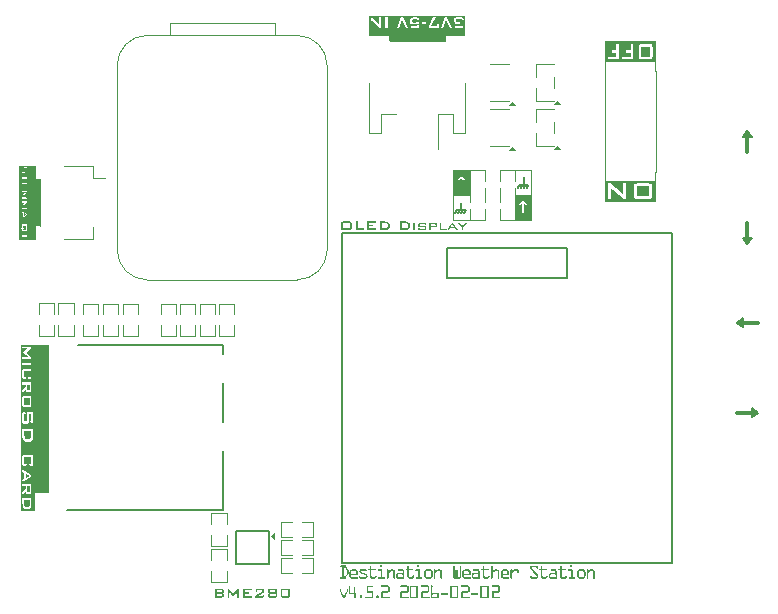
<source format=gbr>
%TF.GenerationSoftware,KiCad,Pcbnew,9.0.4*%
%TF.CreationDate,2026-02-02T09:46:51-05:00*%
%TF.ProjectId,destinationWeatherStation_v4-5,64657374-696e-4617-9469-6f6e57656174,03*%
%TF.SameCoordinates,PX6bcb370PY43d3480*%
%TF.FileFunction,Legend,Top*%
%TF.FilePolarity,Positive*%
%FSLAX46Y46*%
G04 Gerber Fmt 4.6, Leading zero omitted, Abs format (unit mm)*
G04 Created by KiCad (PCBNEW 9.0.4) date 2026-02-02 09:46:51*
%MOMM*%
%LPD*%
G01*
G04 APERTURE LIST*
%ADD10C,0.150000*%
%ADD11C,0.120000*%
%ADD12C,0.300000*%
%ADD13C,0.250000*%
%ADD14C,0.100000*%
%ADD15C,0.000000*%
%ADD16C,0.200000*%
G04 APERTURE END LIST*
D10*
X43180000Y-14986000D02*
X43053000Y-15240000D01*
D11*
X50170000Y-16383000D02*
X50170000Y-13910000D01*
D10*
X43688000Y-14986000D02*
X42926000Y-14986000D01*
G36*
X30206950Y-1835150D02*
G01*
X38354000Y-1835150D01*
X38354000Y-2413000D01*
X30206950Y-2413000D01*
X30206950Y-1835150D01*
G37*
D12*
X62230000Y-12255500D02*
X62230000Y-10604500D01*
D11*
X37337000Y-17975000D02*
X38725000Y-17975000D01*
D12*
X62230000Y-18224500D02*
X62230000Y-19875500D01*
D11*
X42555000Y-15875000D02*
X43942000Y-15875000D01*
G36*
X31870650Y-2398800D02*
G01*
X36703000Y-2398800D01*
X36703000Y-2856000D01*
X31870650Y-2856000D01*
X31870650Y-2398800D01*
G37*
G36*
X1371600Y-13417550D02*
G01*
X2032000Y-13417550D01*
X2032000Y-19697700D01*
X1371600Y-19697700D01*
X1371600Y-13417550D01*
G37*
D12*
X61352500Y-34290000D02*
X63003500Y-34290000D01*
D11*
X54470000Y-2840000D02*
X54470000Y-5330000D01*
X37337000Y-15875000D02*
X38724000Y-15875000D01*
X50170000Y-2837000D02*
X54470000Y-2837000D01*
X42554000Y-16465000D02*
X42554000Y-17078000D01*
X38725000Y-13775000D02*
X37337000Y-13775000D01*
D10*
X63130500Y-34290000D02*
X62622500Y-34671000D01*
X62622500Y-33909000D01*
X63130500Y-34290000D01*
G36*
X63130500Y-34290000D02*
G01*
X62622500Y-34671000D01*
X62622500Y-33909000D01*
X63130500Y-34290000D01*
G37*
X38036500Y-16510000D02*
X38036500Y-17145000D01*
D11*
X38725000Y-14672000D02*
X38725000Y-15285000D01*
D10*
X43307000Y-14351000D02*
X43307000Y-14986000D01*
X43688000Y-14986000D02*
X43561000Y-15240000D01*
X37655500Y-17145000D02*
X37528500Y-17399000D01*
X38417500Y-17145000D02*
X38290500Y-17399000D01*
D11*
X42554000Y-13775000D02*
X43942000Y-13775000D01*
X37337000Y-13775000D02*
X37337000Y-15875000D01*
D10*
X61837500Y-27051000D02*
X61329500Y-26670000D01*
X61837500Y-26289000D01*
X61837500Y-27051000D01*
G36*
X61837500Y-27051000D02*
G01*
X61329500Y-26670000D01*
X61837500Y-26289000D01*
X61837500Y-27051000D01*
G37*
X62611000Y-10985500D02*
X61849000Y-10985500D01*
X62230000Y-10477500D01*
X62611000Y-10985500D01*
G36*
X62611000Y-10985500D02*
G01*
X61849000Y-10985500D01*
X62230000Y-10477500D01*
X62611000Y-10985500D01*
G37*
G36*
X1917700Y-28568650D02*
G01*
X3079750Y-28568650D01*
X3079750Y-41071800D01*
X1917700Y-41071800D01*
X1917700Y-28568650D01*
G37*
D11*
X43942000Y-13775000D02*
X43942000Y-15875000D01*
D10*
X37909500Y-17145000D02*
X37782500Y-17399000D01*
G36*
X1778000Y-14509750D02*
G01*
X2457450Y-14509750D01*
X2457450Y-18510250D01*
X1778000Y-18510250D01*
X1778000Y-14509750D01*
G37*
D11*
X50170000Y-5330000D02*
X50170000Y-2837000D01*
D10*
X43434000Y-14986000D02*
X43307000Y-15240000D01*
D11*
X43942000Y-15875000D02*
X43942000Y-17975000D01*
D12*
X63107500Y-26670000D02*
X61456500Y-26670000D01*
D11*
X37337000Y-15875000D02*
X37337000Y-17975000D01*
X50240000Y-16380000D02*
X50240000Y-14750000D01*
D10*
X42926000Y-14986000D02*
X42799000Y-15240000D01*
D11*
X54470000Y-16383000D02*
X50174000Y-16383000D01*
X43942000Y-17975000D02*
X42554000Y-17975000D01*
D10*
X38417500Y-17145000D02*
X37655500Y-17145000D01*
X62230000Y-20002500D02*
X61849000Y-19494500D01*
X62611000Y-19494500D01*
X62230000Y-20002500D01*
G36*
X62230000Y-20002500D02*
G01*
X61849000Y-19494500D01*
X62611000Y-19494500D01*
X62230000Y-20002500D01*
G37*
X38163500Y-17145000D02*
X38036500Y-17399000D01*
D11*
X54470000Y-13930000D02*
X54470000Y-16383000D01*
D10*
G36*
X1485363Y-42022931D02*
G01*
X1477962Y-42109863D01*
X1458244Y-42173697D01*
X1428521Y-42219978D01*
X1386398Y-42254338D01*
X1330178Y-42276228D01*
X1255359Y-42284265D01*
X1188735Y-42278610D01*
X1136771Y-42263146D01*
X1096358Y-42239234D01*
X1065291Y-42206950D01*
X1037124Y-42151781D01*
X1016912Y-42065430D01*
X1008914Y-41936078D01*
X1008914Y-41699947D01*
X1485363Y-41699947D01*
X1485363Y-42022931D01*
G37*
G36*
X1490326Y-40958907D02*
G01*
X1486119Y-41002408D01*
X1476445Y-41024434D01*
X1458970Y-41037341D01*
X1429529Y-41042270D01*
X1342677Y-41042270D01*
X1313236Y-41037341D01*
X1295761Y-41024434D01*
X1286087Y-41002408D01*
X1281880Y-40958907D01*
X1281880Y-40540463D01*
X1490326Y-40540463D01*
X1490326Y-40958907D01*
G37*
G36*
X1483967Y-39622848D02*
G01*
X1172693Y-39798260D01*
X1172693Y-39453563D01*
X1483967Y-39622848D01*
G37*
G36*
X1624328Y-36254357D02*
G01*
X1619060Y-36329570D01*
X1604490Y-36390637D01*
X1581915Y-36440132D01*
X1551821Y-36480096D01*
X1513405Y-36512180D01*
X1466399Y-36535896D01*
X1408993Y-36551039D01*
X1338799Y-36556480D01*
X1260080Y-36549788D01*
X1198265Y-36531431D01*
X1149811Y-36502959D01*
X1112207Y-36464432D01*
X1085471Y-36417988D01*
X1063935Y-36353791D01*
X1049203Y-36266990D01*
X1043655Y-36151917D01*
X1043655Y-35875849D01*
X1624328Y-35875849D01*
X1624328Y-36254357D01*
G37*
G36*
X1480400Y-33657770D02*
G01*
X1013877Y-33657770D01*
X1013877Y-33051817D01*
X1480400Y-33051817D01*
X1480400Y-33657770D01*
G37*
G36*
X1490326Y-32330706D02*
G01*
X1486119Y-32374207D01*
X1476445Y-32396233D01*
X1458970Y-32409140D01*
X1429529Y-32414069D01*
X1342677Y-32414069D01*
X1313236Y-32409140D01*
X1295761Y-32396233D01*
X1286087Y-32374207D01*
X1281880Y-32330706D01*
X1281880Y-31912262D01*
X1490326Y-31912262D01*
X1490326Y-32330706D01*
G37*
G36*
X1929218Y-42613738D02*
G01*
X728839Y-42613738D01*
X728839Y-41936078D01*
X869950Y-41936078D01*
X869950Y-41975162D01*
X877097Y-42103248D01*
X896591Y-42205251D01*
X926111Y-42285813D01*
X964247Y-42348861D01*
X1015880Y-42401866D01*
X1078555Y-42440074D01*
X1154545Y-42464068D01*
X1247216Y-42472627D01*
X1335209Y-42464648D01*
X1408735Y-42442118D01*
X1470622Y-42406029D01*
X1522819Y-42355841D01*
X1562739Y-42295636D01*
X1592867Y-42221768D01*
X1612338Y-42131433D01*
X1619365Y-42021225D01*
X1619365Y-41515075D01*
X869950Y-41515075D01*
X869950Y-41936078D01*
X728839Y-41936078D01*
X728839Y-40540463D01*
X869950Y-40540463D01*
X1152841Y-40540463D01*
X1152841Y-40713238D01*
X869950Y-41028389D01*
X869950Y-41291429D01*
X1152841Y-40933782D01*
X1152841Y-40958907D01*
X1152841Y-41037075D01*
X1157398Y-41098441D01*
X1169267Y-41141768D01*
X1186574Y-41171619D01*
X1212086Y-41193764D01*
X1247619Y-41208028D01*
X1296614Y-41213339D01*
X1473809Y-41213339D01*
X1523397Y-41208018D01*
X1559326Y-41193740D01*
X1585089Y-41171619D01*
X1602695Y-41141721D01*
X1614743Y-41098389D01*
X1619365Y-41037075D01*
X1619365Y-40359933D01*
X869950Y-40359933D01*
X869950Y-40540463D01*
X728839Y-40540463D01*
X728839Y-39280788D01*
X869950Y-39280788D01*
X1033729Y-39375395D01*
X1033729Y-39798260D01*
X1033729Y-39872860D01*
X869950Y-39967545D01*
X869950Y-40173277D01*
X1619365Y-39720092D01*
X1619365Y-39543827D01*
X869950Y-39097621D01*
X869950Y-39280788D01*
X728839Y-39280788D01*
X728839Y-38064306D01*
X869950Y-38064306D01*
X869950Y-38612099D01*
X876479Y-38700195D01*
X892852Y-38757166D01*
X915780Y-38792241D01*
X950001Y-38816105D01*
X1004667Y-38832899D01*
X1088245Y-38839545D01*
X1197586Y-38839545D01*
X1242176Y-38625980D01*
X1043655Y-38625980D01*
X1043655Y-38050348D01*
X1624328Y-38050348D01*
X1624328Y-38625980D01*
X1450622Y-38625980D01*
X1484510Y-38839545D01*
X1571363Y-38839545D01*
X1653688Y-38832932D01*
X1707889Y-38816167D01*
X1742122Y-38792241D01*
X1765134Y-38757151D01*
X1781558Y-38700178D01*
X1788107Y-38612099D01*
X1788107Y-38064306D01*
X1781534Y-37975569D01*
X1765089Y-37918499D01*
X1742122Y-37883622D01*
X1707934Y-37859952D01*
X1653739Y-37843340D01*
X1571363Y-37836783D01*
X1088245Y-37836783D01*
X1004616Y-37843373D01*
X949956Y-37860013D01*
X915780Y-37883622D01*
X892896Y-37918485D01*
X876504Y-37975552D01*
X869950Y-38064306D01*
X728839Y-38064306D01*
X728839Y-36151917D01*
X869950Y-36151917D01*
X869950Y-36197903D01*
X874657Y-36330602D01*
X886855Y-36425814D01*
X909815Y-36509934D01*
X941215Y-36574704D01*
X985375Y-36634074D01*
X1039019Y-36683628D01*
X1103134Y-36724060D01*
X1173507Y-36753127D01*
X1250277Y-36770911D01*
X1334689Y-36777024D01*
X1421838Y-36770986D01*
X1497277Y-36753810D01*
X1562852Y-36726412D01*
X1620051Y-36689020D01*
X1669925Y-36641162D01*
X1719041Y-36570682D01*
X1755878Y-36484677D01*
X1779577Y-36379974D01*
X1788107Y-36252651D01*
X1788107Y-35662285D01*
X869950Y-35662285D01*
X869950Y-36151917D01*
X728839Y-36151917D01*
X728839Y-34423935D01*
X869950Y-34423935D01*
X869950Y-34990804D01*
X876555Y-35080113D01*
X893083Y-35137583D01*
X916168Y-35172730D01*
X950647Y-35196644D01*
X1005245Y-35213416D01*
X1088167Y-35220034D01*
X1213561Y-35220034D01*
X1296048Y-35213421D01*
X1350378Y-35196654D01*
X1384707Y-35172730D01*
X1407708Y-35137598D01*
X1424184Y-35080131D01*
X1430770Y-34990804D01*
X1430770Y-34418662D01*
X1629291Y-34418662D01*
X1629291Y-35019497D01*
X1525067Y-35019497D01*
X1569347Y-35207859D01*
X1588501Y-35207859D01*
X1661513Y-35201230D01*
X1711271Y-35184070D01*
X1744216Y-35158771D01*
X1766266Y-35122925D01*
X1781915Y-35066245D01*
X1788107Y-34980413D01*
X1788107Y-34459529D01*
X1781572Y-34370758D01*
X1765231Y-34313693D01*
X1742432Y-34278844D01*
X1708445Y-34255160D01*
X1654614Y-34238556D01*
X1572836Y-34232006D01*
X1470397Y-34232006D01*
X1387423Y-34238567D01*
X1332832Y-34255187D01*
X1298397Y-34278844D01*
X1275261Y-34313752D01*
X1258714Y-34370826D01*
X1252102Y-34459529D01*
X1252102Y-35031594D01*
X1043655Y-35031594D01*
X1043655Y-34383068D01*
X1152841Y-34383068D01*
X1113525Y-34194706D01*
X1088167Y-34194706D01*
X1005245Y-34201323D01*
X950647Y-34218096D01*
X916168Y-34242010D01*
X893083Y-34277157D01*
X876555Y-34334626D01*
X869950Y-34423935D01*
X728839Y-34423935D01*
X728839Y-33063991D01*
X869950Y-33063991D01*
X869950Y-33645595D01*
X870805Y-33657770D01*
X875306Y-33721863D01*
X888664Y-33770783D01*
X907172Y-33800534D01*
X935207Y-33821008D01*
X979726Y-33835301D01*
X1047532Y-33840936D01*
X1441627Y-33840936D01*
X1509365Y-33835410D01*
X1553869Y-33821403D01*
X1581909Y-33801387D01*
X1600459Y-33772088D01*
X1613931Y-33723053D01*
X1619365Y-33645595D01*
X1619365Y-33063991D01*
X1613956Y-32987142D01*
X1600502Y-32938146D01*
X1581909Y-32908587D01*
X1553832Y-32888357D01*
X1509322Y-32874222D01*
X1441627Y-32868650D01*
X1047532Y-32868650D01*
X979674Y-32874230D01*
X935162Y-32888371D01*
X907172Y-32908587D01*
X888704Y-32938124D01*
X875329Y-32987116D01*
X869950Y-33063991D01*
X728839Y-33063991D01*
X728839Y-31912262D01*
X869950Y-31912262D01*
X1152841Y-31912262D01*
X1152841Y-32085037D01*
X869950Y-32400188D01*
X869950Y-32663228D01*
X1152841Y-32305581D01*
X1152841Y-32330706D01*
X1152841Y-32408874D01*
X1157398Y-32470240D01*
X1169267Y-32513567D01*
X1186574Y-32543418D01*
X1212086Y-32565563D01*
X1247619Y-32579827D01*
X1296614Y-32585138D01*
X1473809Y-32585138D01*
X1523397Y-32579817D01*
X1559326Y-32565539D01*
X1585089Y-32543418D01*
X1602695Y-32513520D01*
X1614743Y-32470188D01*
X1619365Y-32408874D01*
X1619365Y-31731732D01*
X869950Y-31731732D01*
X869950Y-31912262D01*
X728839Y-31912262D01*
X728839Y-30764875D01*
X869950Y-30764875D01*
X869950Y-31234500D01*
X875366Y-31311314D01*
X888884Y-31360669D01*
X907637Y-31390758D01*
X935929Y-31411536D01*
X980376Y-31425961D01*
X1047532Y-31431625D01*
X1135548Y-31431625D01*
X1172693Y-31246675D01*
X1013877Y-31246675D01*
X1013877Y-30752700D01*
X1480400Y-30752700D01*
X1480400Y-31246675D01*
X1341436Y-31246675D01*
X1368345Y-31431625D01*
X1441317Y-31431625D01*
X1509069Y-31425998D01*
X1553661Y-31411709D01*
X1581832Y-31391223D01*
X1600457Y-31361408D01*
X1613942Y-31311993D01*
X1619365Y-31234500D01*
X1619365Y-30764875D01*
X1613971Y-30688641D01*
X1600510Y-30639685D01*
X1581832Y-30609858D01*
X1553668Y-30589415D01*
X1509077Y-30575152D01*
X1441317Y-30569534D01*
X1047532Y-30569534D01*
X979769Y-30575214D01*
X935244Y-30589634D01*
X907172Y-30610324D01*
X888621Y-30640336D01*
X875282Y-30689213D01*
X869950Y-30764875D01*
X728839Y-30764875D01*
X728839Y-30252676D01*
X869950Y-30252676D01*
X1619365Y-30252676D01*
X1619365Y-30070363D01*
X869950Y-30070363D01*
X869950Y-30252676D01*
X728839Y-30252676D01*
X728839Y-28853494D01*
X869950Y-28853494D01*
X1373618Y-28853494D01*
X959982Y-29193771D01*
X959982Y-29229365D01*
X1385715Y-29565376D01*
X869950Y-29565376D01*
X869950Y-29735515D01*
X1619365Y-29735515D01*
X1619365Y-29587943D01*
X1174555Y-29221610D01*
X1619365Y-28853494D01*
X1619365Y-28706775D01*
X869950Y-28706775D01*
X869950Y-28853494D01*
X728839Y-28853494D01*
X728839Y-28565664D01*
X1929218Y-28565664D01*
X1929218Y-42613738D01*
G37*
G36*
X28221053Y-47219256D02*
G01*
X28231943Y-47223818D01*
X28264855Y-47247631D01*
X28285444Y-47266457D01*
X28299232Y-47286100D01*
X28498046Y-47682139D01*
X28521606Y-47740934D01*
X28528821Y-47792720D01*
X28523203Y-47835402D01*
X28505007Y-47879488D01*
X28303445Y-48246157D01*
X28285262Y-48276101D01*
X28266992Y-48297937D01*
X28246230Y-48315107D01*
X28224311Y-48326635D01*
X28177416Y-48337809D01*
X28134002Y-48342023D01*
X28076605Y-48345503D01*
X28002416Y-48346907D01*
X27904414Y-48346907D01*
X27831629Y-48346907D01*
X27813217Y-48341856D01*
X27798718Y-48325903D01*
X27789898Y-48303546D01*
X27786811Y-48276810D01*
X27789251Y-48252951D01*
X27795909Y-48234800D01*
X27807378Y-48222101D01*
X27823203Y-48217947D01*
X27929571Y-48217947D01*
X27929571Y-48216543D01*
X28073796Y-48216543D01*
X28103166Y-48217947D01*
X28145863Y-48212842D01*
X28181568Y-48198225D01*
X28278899Y-48026583D01*
X28324645Y-47931247D01*
X28357973Y-47837966D01*
X28377573Y-47766220D01*
X28353759Y-47690199D01*
X28318191Y-47603944D01*
X28271144Y-47515688D01*
X28170394Y-47356625D01*
X28129447Y-47345762D01*
X28097610Y-47342581D01*
X28073796Y-47342581D01*
X28073796Y-48216543D01*
X27929571Y-48216543D01*
X27929571Y-47342581D01*
X27811968Y-47342581D01*
X27795707Y-47339116D01*
X27783941Y-47329025D01*
X27776737Y-47314138D01*
X27774171Y-47295015D01*
X27778008Y-47267509D01*
X27789558Y-47242014D01*
X27807154Y-47223122D01*
X27825951Y-47217528D01*
X28205382Y-47217528D01*
X28221053Y-47219256D01*
G37*
G36*
X29086061Y-47562338D02*
G01*
X29128803Y-47579252D01*
X29183337Y-47625242D01*
X29236575Y-47677621D01*
X29253367Y-47726164D01*
X29266006Y-47777455D01*
X29266006Y-48002403D01*
X29231019Y-48034765D01*
X29214450Y-48043122D01*
X29194627Y-48046000D01*
X28703210Y-48046000D01*
X28703210Y-48130203D01*
X28721761Y-48157855D01*
X28747296Y-48181616D01*
X28777381Y-48199499D01*
X28809639Y-48210131D01*
X29222592Y-48210131D01*
X29249002Y-48226617D01*
X29263765Y-48247541D01*
X29268815Y-48274306D01*
X29264147Y-48301813D01*
X29250202Y-48325640D01*
X29225401Y-48346907D01*
X28749372Y-48346907D01*
X28699748Y-48327393D01*
X28654930Y-48298772D01*
X28614244Y-48260323D01*
X28582220Y-48215101D01*
X28563726Y-48168311D01*
X28557580Y-48118724D01*
X28557580Y-47762312D01*
X28703210Y-47762312D01*
X28703210Y-47913132D01*
X29116225Y-47913132D01*
X29116225Y-47753825D01*
X29078103Y-47718243D01*
X29034866Y-47697473D01*
X28984639Y-47690383D01*
X28798404Y-47690383D01*
X28769033Y-47700946D01*
X28741006Y-47712914D01*
X28717926Y-47739048D01*
X28703210Y-47762312D01*
X28557580Y-47762312D01*
X28557580Y-47752542D01*
X28572277Y-47708886D01*
X28596229Y-47668727D01*
X28630364Y-47631398D01*
X28691953Y-47585130D01*
X28763416Y-47549699D01*
X29044784Y-47549699D01*
X29086061Y-47562338D01*
G37*
G36*
X30080373Y-48049542D02*
G01*
X30087395Y-48119273D01*
X30080856Y-48180580D01*
X30062177Y-48232357D01*
X30031592Y-48275927D01*
X29990797Y-48307767D01*
X29944895Y-48331366D01*
X29905373Y-48346907D01*
X29524599Y-48346907D01*
X29481798Y-48332535D01*
X29448334Y-48317415D01*
X29418242Y-48297816D01*
X29388800Y-48270520D01*
X29378374Y-48244827D01*
X29374817Y-48215749D01*
X29379737Y-48185103D01*
X29393684Y-48161771D01*
X29416024Y-48147132D01*
X29449005Y-48143697D01*
X29471952Y-48149903D01*
X29507807Y-48174472D01*
X29555434Y-48210131D01*
X29897008Y-48210131D01*
X29920322Y-48193047D01*
X29940422Y-48170564D01*
X29950192Y-48142049D01*
X29954405Y-48122265D01*
X29942579Y-48093400D01*
X29923750Y-48068709D01*
X29897008Y-48047588D01*
X29454623Y-47850178D01*
X29427792Y-47823925D01*
X29409804Y-47793758D01*
X29399395Y-47759809D01*
X29395822Y-47721951D01*
X29400497Y-47677841D01*
X29414350Y-47637038D01*
X29437770Y-47598608D01*
X29468954Y-47567106D01*
X29504914Y-47547211D01*
X29547008Y-47537975D01*
X29946040Y-47537975D01*
X29990960Y-47554826D01*
X30029265Y-47579680D01*
X30048959Y-47601148D01*
X30059185Y-47624814D01*
X30060834Y-47651914D01*
X30048707Y-47681802D01*
X30029826Y-47705240D01*
X30003437Y-47723233D01*
X29968388Y-47723233D01*
X29883025Y-47663027D01*
X29579187Y-47663027D01*
X29549817Y-47675423D01*
X29539253Y-47701496D01*
X29538581Y-47729034D01*
X29554702Y-47755107D01*
X29569417Y-47764755D01*
X29986584Y-47930046D01*
X30024783Y-47966527D01*
X30055875Y-48006259D01*
X30080373Y-48049542D01*
G37*
G36*
X30858287Y-48107549D02*
G01*
X30856150Y-48163847D01*
X30852669Y-48210131D01*
X30835342Y-48237990D01*
X30812796Y-48266429D01*
X30760284Y-48318392D01*
X30680478Y-48346907D01*
X30467681Y-48346907D01*
X30429285Y-48336520D01*
X30394268Y-48318675D01*
X30361985Y-48292869D01*
X30320913Y-48244670D01*
X30287064Y-48186073D01*
X30287064Y-47655212D01*
X30161095Y-47655212D01*
X30143373Y-47625158D01*
X30137282Y-47588167D01*
X30140648Y-47561194D01*
X30150375Y-47538275D01*
X30166652Y-47518436D01*
X30289872Y-47518436D01*
X30289872Y-47316080D01*
X30299814Y-47302083D01*
X30312953Y-47290435D01*
X30328326Y-47282604D01*
X30344461Y-47280055D01*
X30385066Y-47282802D01*
X30407547Y-47299469D01*
X30421458Y-47316080D01*
X30421458Y-47518436D01*
X30730914Y-47518436D01*
X30756071Y-47528022D01*
X30779885Y-47551286D01*
X30784098Y-47585480D01*
X30781464Y-47609973D01*
X30774267Y-47628528D01*
X30761558Y-47643288D01*
X30740684Y-47655212D01*
X30421458Y-47655212D01*
X30421458Y-48135149D01*
X30433574Y-48161718D01*
X30453637Y-48185158D01*
X30471162Y-48194500D01*
X30497051Y-48202316D01*
X30677669Y-48202316D01*
X30701386Y-48181706D01*
X30731586Y-48138568D01*
X30771458Y-48077813D01*
X30796676Y-48073355D01*
X30819279Y-48077011D01*
X30839538Y-48088011D01*
X30858287Y-48107549D01*
G37*
G36*
X31316608Y-47365845D02*
G01*
X31300488Y-47379095D01*
X31284429Y-47389475D01*
X31155652Y-47389475D01*
X31136724Y-47379095D01*
X31117856Y-47363097D01*
X31117856Y-47207576D01*
X31138567Y-47188672D01*
X31158461Y-47178450D01*
X31281621Y-47178450D01*
X31300488Y-47194448D01*
X31316608Y-47210384D01*
X31316608Y-47365845D01*
G37*
G36*
X31571415Y-48254767D02*
G01*
X31572819Y-48271558D01*
X31567377Y-48303888D01*
X31551891Y-48328356D01*
X31525192Y-48346907D01*
X31032432Y-48346907D01*
X31009374Y-48330097D01*
X30996300Y-48309575D01*
X30991826Y-48284076D01*
X30996231Y-48256336D01*
X31009353Y-48232042D01*
X31032432Y-48210131D01*
X31194853Y-48210131D01*
X31194853Y-47690383D01*
X31019853Y-47690383D01*
X30998787Y-47676949D01*
X30975035Y-47655028D01*
X30972226Y-47625353D01*
X30978515Y-47587190D01*
X30986553Y-47570330D01*
X30997444Y-47557515D01*
X31309586Y-47557515D01*
X31334804Y-47572352D01*
X31353001Y-47588533D01*
X31353001Y-48210131D01*
X31522444Y-48210131D01*
X31549754Y-48227289D01*
X31571415Y-48254767D01*
G37*
G36*
X32426326Y-48299158D02*
G01*
X32412807Y-48327995D01*
X32388529Y-48350937D01*
X32359098Y-48353746D01*
X32328323Y-48350937D01*
X32296083Y-48322239D01*
X32284109Y-48306117D01*
X32279292Y-48287862D01*
X32279292Y-47731599D01*
X32230321Y-47696550D01*
X32184770Y-47686780D01*
X32139279Y-47682567D01*
X32103559Y-47695267D01*
X32070708Y-47710716D01*
X31866338Y-47842973D01*
X31866338Y-48301661D01*
X31853698Y-48320712D01*
X31831350Y-48342511D01*
X31808985Y-48351111D01*
X31789340Y-48353746D01*
X31770933Y-48351166D01*
X31748735Y-48342511D01*
X31731943Y-48313751D01*
X31726326Y-48296166D01*
X31726326Y-47618026D01*
X31728648Y-47601315D01*
X31737500Y-47574489D01*
X31763164Y-47553377D01*
X31794958Y-47546401D01*
X31817716Y-47550322D01*
X31839715Y-47562521D01*
X31856825Y-47581144D01*
X31866338Y-47605203D01*
X31866338Y-47675178D01*
X31961532Y-47621872D01*
X32060938Y-47560140D01*
X32100811Y-47548905D01*
X32144958Y-47541883D01*
X32209949Y-47547185D01*
X32270516Y-47562808D01*
X32327591Y-47588778D01*
X32365764Y-47615543D01*
X32394279Y-47646802D01*
X32414343Y-47683026D01*
X32426326Y-47725248D01*
X32426326Y-48299158D01*
G37*
G36*
X33084088Y-47558429D02*
G01*
X33118389Y-47581094D01*
X33147819Y-47610149D01*
X33182065Y-47662962D01*
X33205216Y-47727630D01*
X33205216Y-48289205D01*
X33205114Y-48309448D01*
X33195385Y-48335672D01*
X33178594Y-48342694D01*
X33161802Y-48346907D01*
X33147819Y-48345930D01*
X33133935Y-48343724D01*
X33110023Y-48335001D01*
X33069417Y-48284381D01*
X33038768Y-48316078D01*
X33006803Y-48336364D01*
X32972819Y-48346907D01*
X32667638Y-48346907D01*
X32626760Y-48335200D01*
X32590622Y-48315515D01*
X32558400Y-48287373D01*
X32532594Y-48253206D01*
X32514965Y-48215245D01*
X32505216Y-48172640D01*
X32505216Y-48043252D01*
X32639611Y-48043252D01*
X32639611Y-48136431D01*
X32643616Y-48160117D01*
X32654998Y-48177952D01*
X32672557Y-48191547D01*
X32697008Y-48202316D01*
X33020446Y-48202316D01*
X33044010Y-48191482D01*
X33062950Y-48174190D01*
X33077844Y-48149315D01*
X33077844Y-48051862D01*
X33070497Y-48027751D01*
X33061052Y-48010280D01*
X33046479Y-47998651D01*
X33024660Y-47987382D01*
X32705434Y-47987382D01*
X32674713Y-48000574D01*
X32653374Y-48019061D01*
X32639611Y-48043252D01*
X32505216Y-48043252D01*
X32505216Y-48028109D01*
X32511505Y-47980665D01*
X32530434Y-47928947D01*
X32572444Y-47887853D01*
X32592265Y-47873924D01*
X32617202Y-47862330D01*
X33061052Y-47862330D01*
X33061052Y-47741368D01*
X33047664Y-47719417D01*
X33030277Y-47701984D01*
X33009491Y-47690305D01*
X32986863Y-47686475D01*
X32697008Y-47686475D01*
X32674774Y-47674506D01*
X32658540Y-47655578D01*
X32648572Y-47632128D01*
X32645228Y-47606485D01*
X32650846Y-47571375D01*
X32673646Y-47553436D01*
X32699817Y-47541883D01*
X33044199Y-47541883D01*
X33084088Y-47558429D01*
G37*
G36*
X34022697Y-48107549D02*
G01*
X34020560Y-48163847D01*
X34017079Y-48210131D01*
X33999753Y-48237990D01*
X33977207Y-48266429D01*
X33924695Y-48318392D01*
X33844888Y-48346907D01*
X33632092Y-48346907D01*
X33593695Y-48336520D01*
X33558678Y-48318675D01*
X33526396Y-48292869D01*
X33485323Y-48244670D01*
X33451474Y-48186073D01*
X33451474Y-47655212D01*
X33325506Y-47655212D01*
X33307783Y-47625158D01*
X33301692Y-47588167D01*
X33305059Y-47561194D01*
X33314786Y-47538275D01*
X33331062Y-47518436D01*
X33454283Y-47518436D01*
X33454283Y-47316080D01*
X33464225Y-47302083D01*
X33477364Y-47290435D01*
X33492736Y-47282604D01*
X33508871Y-47280055D01*
X33549476Y-47282802D01*
X33571957Y-47299469D01*
X33585869Y-47316080D01*
X33585869Y-47518436D01*
X33895324Y-47518436D01*
X33920481Y-47528022D01*
X33944295Y-47551286D01*
X33948508Y-47585480D01*
X33945874Y-47609973D01*
X33938677Y-47628528D01*
X33925968Y-47643288D01*
X33905094Y-47655212D01*
X33585869Y-47655212D01*
X33585869Y-48135149D01*
X33597985Y-48161718D01*
X33618048Y-48185158D01*
X33635572Y-48194500D01*
X33661462Y-48202316D01*
X33842079Y-48202316D01*
X33865796Y-48181706D01*
X33895996Y-48138568D01*
X33935869Y-48077813D01*
X33961087Y-48073355D01*
X33983689Y-48077011D01*
X34003948Y-48088011D01*
X34022697Y-48107549D01*
G37*
G36*
X34481019Y-47365845D02*
G01*
X34464899Y-47379095D01*
X34448840Y-47389475D01*
X34320063Y-47389475D01*
X34301134Y-47379095D01*
X34282266Y-47363097D01*
X34282266Y-47207576D01*
X34302978Y-47188672D01*
X34322871Y-47178450D01*
X34446031Y-47178450D01*
X34464899Y-47194448D01*
X34481019Y-47210384D01*
X34481019Y-47365845D01*
G37*
G36*
X34735825Y-48254767D02*
G01*
X34737229Y-48271558D01*
X34731787Y-48303888D01*
X34716301Y-48328356D01*
X34689602Y-48346907D01*
X34196842Y-48346907D01*
X34173784Y-48330097D01*
X34160710Y-48309575D01*
X34156237Y-48284076D01*
X34160642Y-48256336D01*
X34173763Y-48232042D01*
X34196842Y-48210131D01*
X34359264Y-48210131D01*
X34359264Y-47690383D01*
X34184264Y-47690383D01*
X34163198Y-47676949D01*
X34139445Y-47655028D01*
X34136636Y-47625353D01*
X34142926Y-47587190D01*
X34150963Y-47570330D01*
X34161854Y-47557515D01*
X34473997Y-47557515D01*
X34499215Y-47572352D01*
X34517411Y-47588533D01*
X34517411Y-48210131D01*
X34686854Y-48210131D01*
X34714164Y-48227289D01*
X34735825Y-48254767D01*
G37*
G36*
X35393998Y-47540418D02*
G01*
X35460494Y-47558003D01*
X35544513Y-47618453D01*
X35596293Y-47690138D01*
X35624319Y-47813908D01*
X35624319Y-48102237D01*
X35607204Y-48155980D01*
X35579735Y-48206118D01*
X35541033Y-48253362D01*
X35494908Y-48293678D01*
X35444475Y-48324682D01*
X35389114Y-48346907D01*
X35137116Y-48346907D01*
X35065736Y-48327124D01*
X35011125Y-48287495D01*
X34965596Y-48239685D01*
X34930535Y-48184098D01*
X34907528Y-48121105D01*
X34907528Y-47783989D01*
X35044731Y-47783989D01*
X35047540Y-47954714D01*
X35053158Y-48107122D01*
X35093763Y-48170320D01*
X35167952Y-48198408D01*
X35389175Y-48198408D01*
X35420180Y-48180910D01*
X35445839Y-48156764D01*
X35466021Y-48126815D01*
X35481560Y-48089659D01*
X35475942Y-47773303D01*
X35421354Y-47718226D01*
X35371650Y-47694901D01*
X35303751Y-47678659D01*
X35131560Y-47692703D01*
X35104055Y-47705933D01*
X35079719Y-47726408D01*
X35059969Y-47752409D01*
X35044731Y-47783989D01*
X34907528Y-47783989D01*
X34907528Y-47734468D01*
X34933410Y-47684828D01*
X34965596Y-47641351D01*
X35004305Y-47601692D01*
X35053096Y-47560873D01*
X35114707Y-47534067D01*
X35225288Y-47534067D01*
X35337334Y-47534067D01*
X35393998Y-47540418D01*
G37*
G36*
X36399668Y-48299158D02*
G01*
X36386150Y-48327995D01*
X36361872Y-48350937D01*
X36332441Y-48353746D01*
X36301666Y-48350937D01*
X36269426Y-48322239D01*
X36257452Y-48306117D01*
X36252634Y-48287862D01*
X36252634Y-47731599D01*
X36203663Y-47696550D01*
X36158112Y-47686780D01*
X36112622Y-47682567D01*
X36076901Y-47695267D01*
X36044051Y-47710716D01*
X35839681Y-47842973D01*
X35839681Y-48301661D01*
X35827041Y-48320712D01*
X35804693Y-48342511D01*
X35782327Y-48351111D01*
X35762683Y-48353746D01*
X35744276Y-48351166D01*
X35722078Y-48342511D01*
X35705286Y-48313751D01*
X35699668Y-48296166D01*
X35699668Y-47618026D01*
X35701990Y-47601315D01*
X35710842Y-47574489D01*
X35736506Y-47553377D01*
X35768301Y-47546401D01*
X35791059Y-47550322D01*
X35813058Y-47562521D01*
X35830168Y-47581144D01*
X35839681Y-47605203D01*
X35839681Y-47675178D01*
X35934874Y-47621872D01*
X36034281Y-47560140D01*
X36074154Y-47548905D01*
X36118301Y-47541883D01*
X36183292Y-47547185D01*
X36243858Y-47562808D01*
X36300933Y-47588778D01*
X36339106Y-47615543D01*
X36367622Y-47646802D01*
X36387685Y-47683026D01*
X36399668Y-47725248D01*
X36399668Y-48299158D01*
G37*
G36*
X37427198Y-48346907D02*
G01*
X37386999Y-48315322D01*
X37355146Y-48273146D01*
X37332951Y-48224235D01*
X37320830Y-48171297D01*
X37320830Y-47282009D01*
X37326555Y-47267387D01*
X37339698Y-47251845D01*
X37358608Y-47241150D01*
X37387997Y-47237068D01*
X37416895Y-47241127D01*
X37438187Y-47252332D01*
X37453821Y-47270712D01*
X37453821Y-48104130D01*
X37459969Y-48138814D01*
X37478978Y-48171480D01*
X37497452Y-48189018D01*
X37517290Y-48198992D01*
X37539244Y-48202316D01*
X37577713Y-48191813D01*
X37592941Y-48181135D01*
X37603474Y-48159518D01*
X37607816Y-48120800D01*
X37607816Y-47643122D01*
X37612316Y-47627139D01*
X37626683Y-47614362D01*
X37647118Y-47606616D01*
X37673639Y-47603799D01*
X37699188Y-47606842D01*
X37721877Y-47615766D01*
X37738634Y-47629908D01*
X37743615Y-47645930D01*
X37743615Y-48112373D01*
X37748727Y-48131566D01*
X37767367Y-48155971D01*
X37817803Y-48202316D01*
X37847772Y-48199264D01*
X37872392Y-48184791D01*
X37889383Y-48162433D01*
X37894801Y-48137713D01*
X37894801Y-47272178D01*
X37913686Y-47252269D01*
X37934842Y-47240901D01*
X37959220Y-47237068D01*
X37989857Y-47242477D01*
X38014551Y-47258309D01*
X38034813Y-47286283D01*
X38034813Y-48190775D01*
X38015779Y-48243176D01*
X37988281Y-48285766D01*
X37952096Y-48320102D01*
X37906036Y-48346907D01*
X37771580Y-48346907D01*
X37749289Y-48338243D01*
X37722610Y-48321811D01*
X37682004Y-48292197D01*
X37641399Y-48324010D01*
X37607816Y-48346907D01*
X37427198Y-48346907D01*
G37*
G36*
X38643772Y-47562338D02*
G01*
X38686514Y-47579252D01*
X38741048Y-47625242D01*
X38794286Y-47677621D01*
X38811078Y-47726164D01*
X38823718Y-47777455D01*
X38823718Y-48002403D01*
X38788730Y-48034765D01*
X38772161Y-48043122D01*
X38752338Y-48046000D01*
X38260921Y-48046000D01*
X38260921Y-48130203D01*
X38279472Y-48157855D01*
X38305007Y-48181616D01*
X38335092Y-48199499D01*
X38367350Y-48210131D01*
X38780303Y-48210131D01*
X38806713Y-48226617D01*
X38821476Y-48247541D01*
X38826526Y-48274306D01*
X38821858Y-48301813D01*
X38807913Y-48325640D01*
X38783112Y-48346907D01*
X38307083Y-48346907D01*
X38257459Y-48327393D01*
X38212641Y-48298772D01*
X38171956Y-48260323D01*
X38139931Y-48215101D01*
X38121437Y-48168311D01*
X38115291Y-48118724D01*
X38115291Y-47762312D01*
X38260921Y-47762312D01*
X38260921Y-47913132D01*
X38673936Y-47913132D01*
X38673936Y-47753825D01*
X38635815Y-47718243D01*
X38592577Y-47697473D01*
X38542350Y-47690383D01*
X38356115Y-47690383D01*
X38326744Y-47700946D01*
X38298718Y-47712914D01*
X38275637Y-47739048D01*
X38260921Y-47762312D01*
X38115291Y-47762312D01*
X38115291Y-47752542D01*
X38129988Y-47708886D01*
X38153940Y-47668727D01*
X38188076Y-47631398D01*
X38249664Y-47585130D01*
X38321127Y-47549699D01*
X38602495Y-47549699D01*
X38643772Y-47562338D01*
G37*
G36*
X39486181Y-47558429D02*
G01*
X39520482Y-47581094D01*
X39549913Y-47610149D01*
X39584158Y-47662962D01*
X39607310Y-47727630D01*
X39607310Y-48289205D01*
X39607208Y-48309448D01*
X39597479Y-48335672D01*
X39580687Y-48342694D01*
X39563896Y-48346907D01*
X39549913Y-48345930D01*
X39536028Y-48343724D01*
X39512116Y-48335001D01*
X39471511Y-48284381D01*
X39440862Y-48316078D01*
X39408896Y-48336364D01*
X39374913Y-48346907D01*
X39069731Y-48346907D01*
X39028854Y-48335200D01*
X38992715Y-48315515D01*
X38960494Y-48287373D01*
X38934688Y-48253206D01*
X38917058Y-48215245D01*
X38907310Y-48172640D01*
X38907310Y-48043252D01*
X39041704Y-48043252D01*
X39041704Y-48136431D01*
X39045709Y-48160117D01*
X39057092Y-48177952D01*
X39074650Y-48191547D01*
X39099101Y-48202316D01*
X39422540Y-48202316D01*
X39446103Y-48191482D01*
X39465043Y-48174190D01*
X39479937Y-48149315D01*
X39479937Y-48051862D01*
X39472591Y-48027751D01*
X39463145Y-48010280D01*
X39448573Y-47998651D01*
X39426753Y-47987382D01*
X39107528Y-47987382D01*
X39076806Y-48000574D01*
X39055468Y-48019061D01*
X39041704Y-48043252D01*
X38907310Y-48043252D01*
X38907310Y-48028109D01*
X38913599Y-47980665D01*
X38932528Y-47928947D01*
X38974538Y-47887853D01*
X38994358Y-47873924D01*
X39019295Y-47862330D01*
X39463145Y-47862330D01*
X39463145Y-47741368D01*
X39449757Y-47719417D01*
X39432371Y-47701984D01*
X39411584Y-47690305D01*
X39388957Y-47686475D01*
X39099101Y-47686475D01*
X39076867Y-47674506D01*
X39060633Y-47655578D01*
X39050665Y-47632128D01*
X39047322Y-47606485D01*
X39052939Y-47571375D01*
X39075740Y-47553436D01*
X39101910Y-47541883D01*
X39446293Y-47541883D01*
X39486181Y-47558429D01*
G37*
G36*
X40424790Y-48107549D02*
G01*
X40422653Y-48163847D01*
X40419173Y-48210131D01*
X40401846Y-48237990D01*
X40379300Y-48266429D01*
X40326788Y-48318392D01*
X40246982Y-48346907D01*
X40034185Y-48346907D01*
X39995789Y-48336520D01*
X39960772Y-48318675D01*
X39928489Y-48292869D01*
X39887416Y-48244670D01*
X39853568Y-48186073D01*
X39853568Y-47655212D01*
X39727599Y-47655212D01*
X39709877Y-47625158D01*
X39703786Y-47588167D01*
X39707152Y-47561194D01*
X39716879Y-47538275D01*
X39733156Y-47518436D01*
X39856376Y-47518436D01*
X39856376Y-47316080D01*
X39866318Y-47302083D01*
X39879457Y-47290435D01*
X39894830Y-47282604D01*
X39910965Y-47280055D01*
X39951570Y-47282802D01*
X39974051Y-47299469D01*
X39987962Y-47316080D01*
X39987962Y-47518436D01*
X40297418Y-47518436D01*
X40322575Y-47528022D01*
X40346389Y-47551286D01*
X40350602Y-47585480D01*
X40347968Y-47609973D01*
X40340771Y-47628528D01*
X40328061Y-47643288D01*
X40307188Y-47655212D01*
X39987962Y-47655212D01*
X39987962Y-48135149D01*
X40000078Y-48161718D01*
X40020141Y-48185158D01*
X40037666Y-48194500D01*
X40063555Y-48202316D01*
X40244173Y-48202316D01*
X40267889Y-48181706D01*
X40298090Y-48138568D01*
X40337962Y-48077813D01*
X40363180Y-48073355D01*
X40385782Y-48077011D01*
X40406041Y-48088011D01*
X40424790Y-48107549D01*
G37*
G36*
X41249904Y-48315034D02*
G01*
X41220465Y-48334220D01*
X41191102Y-48340191D01*
X41163334Y-48335203D01*
X41137919Y-48319919D01*
X41118858Y-48296623D01*
X41108548Y-48266124D01*
X41108548Y-47736239D01*
X41083576Y-47708088D01*
X41055303Y-47689467D01*
X41023206Y-47678523D01*
X40986732Y-47674751D01*
X40940570Y-47678964D01*
X40684360Y-47818366D01*
X40684360Y-48278580D01*
X40674729Y-48306595D01*
X40657737Y-48328101D01*
X40634772Y-48342157D01*
X40607362Y-48346907D01*
X40589573Y-48344833D01*
X40572313Y-48338542D01*
X40553364Y-48312248D01*
X40538730Y-48284015D01*
X40538730Y-47325362D01*
X40537868Y-47306180D01*
X40544347Y-47279261D01*
X40554646Y-47269292D01*
X40571580Y-47259721D01*
X40590114Y-47253582D01*
X40604553Y-47252699D01*
X40636160Y-47262659D01*
X40660430Y-47280565D01*
X40678742Y-47307288D01*
X40678742Y-47675178D01*
X40822235Y-47601722D01*
X40976901Y-47537975D01*
X41031490Y-47537975D01*
X41057203Y-47546379D01*
X41083330Y-47546340D01*
X41149093Y-47575711D01*
X41181012Y-47603244D01*
X41205757Y-47634451D01*
X41226736Y-47670418D01*
X41249904Y-47718287D01*
X41249904Y-48315034D01*
G37*
G36*
X41903925Y-47562338D02*
G01*
X41946668Y-47579252D01*
X42001201Y-47625242D01*
X42054440Y-47677621D01*
X42071232Y-47726164D01*
X42083871Y-47777455D01*
X42083871Y-48002403D01*
X42048883Y-48034765D01*
X42032315Y-48043122D01*
X42012491Y-48046000D01*
X41521075Y-48046000D01*
X41521075Y-48130203D01*
X41539625Y-48157855D01*
X41565160Y-48181616D01*
X41595246Y-48199499D01*
X41627503Y-48210131D01*
X42040457Y-48210131D01*
X42066867Y-48226617D01*
X42081630Y-48247541D01*
X42086680Y-48274306D01*
X42082012Y-48301813D01*
X42068067Y-48325640D01*
X42043266Y-48346907D01*
X41567236Y-48346907D01*
X41517613Y-48327393D01*
X41472795Y-48298772D01*
X41432109Y-48260323D01*
X41400085Y-48215101D01*
X41381591Y-48168311D01*
X41375445Y-48118724D01*
X41375445Y-47762312D01*
X41521075Y-47762312D01*
X41521075Y-47913132D01*
X41934089Y-47913132D01*
X41934089Y-47753825D01*
X41895968Y-47718243D01*
X41852730Y-47697473D01*
X41802503Y-47690383D01*
X41616268Y-47690383D01*
X41586898Y-47700946D01*
X41558871Y-47712914D01*
X41535790Y-47739048D01*
X41521075Y-47762312D01*
X41375445Y-47762312D01*
X41375445Y-47752542D01*
X41390141Y-47708886D01*
X41414093Y-47668727D01*
X41448229Y-47631398D01*
X41509817Y-47585130D01*
X41581280Y-47549699D01*
X41862648Y-47549699D01*
X41903925Y-47562338D01*
G37*
G36*
X42912282Y-47795529D02*
G01*
X42893129Y-47818578D01*
X42870514Y-47834216D01*
X42843711Y-47843218D01*
X42807113Y-47828485D01*
X42772270Y-47798765D01*
X42752669Y-47693252D01*
X42729588Y-47676583D01*
X42698081Y-47661257D01*
X42640684Y-47647396D01*
X42556664Y-47680796D01*
X42332693Y-47858605D01*
X42332693Y-48302394D01*
X42322863Y-48323277D01*
X42310284Y-48337199D01*
X42288470Y-48344429D01*
X42264061Y-48346907D01*
X42233134Y-48341841D01*
X42208967Y-48327312D01*
X42189872Y-48302272D01*
X42189872Y-47613263D01*
X42203272Y-47574343D01*
X42222051Y-47544936D01*
X42239576Y-47540112D01*
X42254292Y-47537975D01*
X42290684Y-47542188D01*
X42315716Y-47564693D01*
X42332693Y-47588167D01*
X42332693Y-47680185D01*
X42553855Y-47524175D01*
X42604963Y-47514711D01*
X42657475Y-47510620D01*
X42712489Y-47514930D01*
X42761868Y-47527419D01*
X42806586Y-47547806D01*
X42845367Y-47576715D01*
X42875768Y-47614344D01*
X42898299Y-47662173D01*
X42912282Y-47795529D01*
G37*
G36*
X44496380Y-47508605D02*
G01*
X44470490Y-47502804D01*
X44447409Y-47489737D01*
X44384394Y-47373844D01*
X44007772Y-47373844D01*
X43990980Y-47384835D01*
X43990197Y-47398854D01*
X43993789Y-47422570D01*
X44521598Y-48079034D01*
X44540885Y-48110502D01*
X44552559Y-48145702D01*
X44556586Y-48185646D01*
X44554449Y-48211597D01*
X44550968Y-48234739D01*
X44523685Y-48278502D01*
X44486549Y-48314667D01*
X44457303Y-48332817D01*
X44427195Y-48343388D01*
X44395569Y-48346907D01*
X44370412Y-48346907D01*
X43990980Y-48346907D01*
X43948623Y-48333055D01*
X43912309Y-48311107D01*
X43881071Y-48280595D01*
X43857332Y-48243992D01*
X43843201Y-48204153D01*
X43838390Y-48160001D01*
X43839794Y-48135759D01*
X43853897Y-48109879D01*
X43872833Y-48090687D01*
X43897191Y-48077263D01*
X43919729Y-48079647D01*
X43944818Y-48087277D01*
X43979806Y-48162260D01*
X43997418Y-48190175D01*
X44017603Y-48210131D01*
X44392821Y-48210131D01*
X44409613Y-48204209D01*
X44409613Y-48179174D01*
X43867821Y-47484791D01*
X43851944Y-47438700D01*
X43846816Y-47393689D01*
X43853792Y-47342264D01*
X43874110Y-47298312D01*
X43894836Y-47273750D01*
X43922186Y-47253349D01*
X43957397Y-47237068D01*
X44376029Y-47237068D01*
X44417978Y-47243479D01*
X44455774Y-47251295D01*
X44497594Y-47282888D01*
X44530696Y-47323774D01*
X44552308Y-47370983D01*
X44559394Y-47420433D01*
X44555934Y-47454045D01*
X44545412Y-47487295D01*
X44519522Y-47504331D01*
X44496380Y-47508605D01*
G37*
G36*
X45330164Y-48107549D02*
G01*
X45328027Y-48163847D01*
X45324546Y-48210131D01*
X45307219Y-48237990D01*
X45284674Y-48266429D01*
X45232161Y-48318392D01*
X45152355Y-48346907D01*
X44939558Y-48346907D01*
X44901162Y-48336520D01*
X44866145Y-48318675D01*
X44833862Y-48292869D01*
X44792790Y-48244670D01*
X44758941Y-48186073D01*
X44758941Y-47655212D01*
X44632973Y-47655212D01*
X44615250Y-47625158D01*
X44609159Y-47588167D01*
X44612526Y-47561194D01*
X44622252Y-47538275D01*
X44638529Y-47518436D01*
X44761750Y-47518436D01*
X44761750Y-47316080D01*
X44771692Y-47302083D01*
X44784831Y-47290435D01*
X44800203Y-47282604D01*
X44816338Y-47280055D01*
X44856943Y-47282802D01*
X44879424Y-47299469D01*
X44893336Y-47316080D01*
X44893336Y-47518436D01*
X45202791Y-47518436D01*
X45227948Y-47528022D01*
X45251762Y-47551286D01*
X45255975Y-47585480D01*
X45253341Y-47609973D01*
X45246144Y-47628528D01*
X45233435Y-47643288D01*
X45212561Y-47655212D01*
X44893336Y-47655212D01*
X44893336Y-48135149D01*
X44905452Y-48161718D01*
X44925515Y-48185158D01*
X44943039Y-48194500D01*
X44968929Y-48202316D01*
X45149546Y-48202316D01*
X45173263Y-48181706D01*
X45203463Y-48138568D01*
X45243336Y-48077813D01*
X45268554Y-48073355D01*
X45291156Y-48077011D01*
X45311415Y-48088011D01*
X45330164Y-48107549D01*
G37*
G36*
X46020166Y-47558429D02*
G01*
X46054467Y-47581094D01*
X46083897Y-47610149D01*
X46118143Y-47662962D01*
X46141294Y-47727630D01*
X46141294Y-48289205D01*
X46141193Y-48309448D01*
X46131464Y-48335672D01*
X46114672Y-48342694D01*
X46097880Y-48346907D01*
X46083897Y-48345930D01*
X46070013Y-48343724D01*
X46046101Y-48335001D01*
X46005495Y-48284381D01*
X45974847Y-48316078D01*
X45942881Y-48336364D01*
X45908897Y-48346907D01*
X45603716Y-48346907D01*
X45562838Y-48335200D01*
X45526700Y-48315515D01*
X45494478Y-48287373D01*
X45468672Y-48253206D01*
X45451043Y-48215245D01*
X45441294Y-48172640D01*
X45441294Y-48043252D01*
X45575689Y-48043252D01*
X45575689Y-48136431D01*
X45579694Y-48160117D01*
X45591076Y-48177952D01*
X45608635Y-48191547D01*
X45633086Y-48202316D01*
X45956525Y-48202316D01*
X45980088Y-48191482D01*
X45999028Y-48174190D01*
X46013922Y-48149315D01*
X46013922Y-48051862D01*
X46006575Y-48027751D01*
X45997130Y-48010280D01*
X45982558Y-47998651D01*
X45960738Y-47987382D01*
X45641512Y-47987382D01*
X45610791Y-48000574D01*
X45589452Y-48019061D01*
X45575689Y-48043252D01*
X45441294Y-48043252D01*
X45441294Y-48028109D01*
X45447584Y-47980665D01*
X45466512Y-47928947D01*
X45508522Y-47887853D01*
X45528343Y-47873924D01*
X45553280Y-47862330D01*
X45997130Y-47862330D01*
X45997130Y-47741368D01*
X45983742Y-47719417D01*
X45966355Y-47701984D01*
X45945569Y-47690305D01*
X45922941Y-47686475D01*
X45633086Y-47686475D01*
X45610852Y-47674506D01*
X45594618Y-47655578D01*
X45584650Y-47632128D01*
X45581307Y-47606485D01*
X45586924Y-47571375D01*
X45609724Y-47553436D01*
X45635895Y-47541883D01*
X45980277Y-47541883D01*
X46020166Y-47558429D01*
G37*
G36*
X46958775Y-48107549D02*
G01*
X46956638Y-48163847D01*
X46953158Y-48210131D01*
X46935831Y-48237990D01*
X46913285Y-48266429D01*
X46860773Y-48318392D01*
X46780966Y-48346907D01*
X46568170Y-48346907D01*
X46529773Y-48336520D01*
X46494757Y-48318675D01*
X46462474Y-48292869D01*
X46421401Y-48244670D01*
X46387552Y-48186073D01*
X46387552Y-47655212D01*
X46261584Y-47655212D01*
X46243861Y-47625158D01*
X46237770Y-47588167D01*
X46241137Y-47561194D01*
X46250864Y-47538275D01*
X46267140Y-47518436D01*
X46390361Y-47518436D01*
X46390361Y-47316080D01*
X46400303Y-47302083D01*
X46413442Y-47290435D01*
X46428815Y-47282604D01*
X46444949Y-47280055D01*
X46485555Y-47282802D01*
X46508035Y-47299469D01*
X46521947Y-47316080D01*
X46521947Y-47518436D01*
X46831403Y-47518436D01*
X46856560Y-47528022D01*
X46880373Y-47551286D01*
X46884586Y-47585480D01*
X46881953Y-47609973D01*
X46874756Y-47628528D01*
X46862046Y-47643288D01*
X46841172Y-47655212D01*
X46521947Y-47655212D01*
X46521947Y-48135149D01*
X46534063Y-48161718D01*
X46554126Y-48185158D01*
X46571650Y-48194500D01*
X46597540Y-48202316D01*
X46778158Y-48202316D01*
X46801874Y-48181706D01*
X46832074Y-48138568D01*
X46871947Y-48077813D01*
X46897165Y-48073355D01*
X46919767Y-48077011D01*
X46940026Y-48088011D01*
X46958775Y-48107549D01*
G37*
G36*
X47417097Y-47365845D02*
G01*
X47400977Y-47379095D01*
X47384918Y-47389475D01*
X47256141Y-47389475D01*
X47237212Y-47379095D01*
X47218344Y-47363097D01*
X47218344Y-47207576D01*
X47239056Y-47188672D01*
X47258950Y-47178450D01*
X47382109Y-47178450D01*
X47400977Y-47194448D01*
X47417097Y-47210384D01*
X47417097Y-47365845D01*
G37*
G36*
X47671903Y-48254767D02*
G01*
X47673308Y-48271558D01*
X47667865Y-48303888D01*
X47652379Y-48328356D01*
X47625680Y-48346907D01*
X47132920Y-48346907D01*
X47109862Y-48330097D01*
X47096788Y-48309575D01*
X47092315Y-48284076D01*
X47096720Y-48256336D01*
X47109841Y-48232042D01*
X47132920Y-48210131D01*
X47295342Y-48210131D01*
X47295342Y-47690383D01*
X47120342Y-47690383D01*
X47099276Y-47676949D01*
X47075523Y-47655028D01*
X47072714Y-47625353D01*
X47079004Y-47587190D01*
X47087042Y-47570330D01*
X47097933Y-47557515D01*
X47410075Y-47557515D01*
X47435293Y-47572352D01*
X47453489Y-47588533D01*
X47453489Y-48210131D01*
X47622933Y-48210131D01*
X47650242Y-48227289D01*
X47671903Y-48254767D01*
G37*
G36*
X48330077Y-47540418D02*
G01*
X48396572Y-47558003D01*
X48480591Y-47618453D01*
X48532371Y-47690138D01*
X48560398Y-47813908D01*
X48560398Y-48102237D01*
X48543283Y-48155980D01*
X48515813Y-48206118D01*
X48477111Y-48253362D01*
X48430986Y-48293678D01*
X48380554Y-48324682D01*
X48325192Y-48346907D01*
X48073194Y-48346907D01*
X48001814Y-48327124D01*
X47947203Y-48287495D01*
X47901675Y-48239685D01*
X47866613Y-48184098D01*
X47843606Y-48121105D01*
X47843606Y-47783989D01*
X47980809Y-47783989D01*
X47983618Y-47954714D01*
X47989236Y-48107122D01*
X48029841Y-48170320D01*
X48104030Y-48198408D01*
X48325253Y-48198408D01*
X48356258Y-48180910D01*
X48381917Y-48156764D01*
X48402099Y-48126815D01*
X48417638Y-48089659D01*
X48412020Y-47773303D01*
X48357432Y-47718226D01*
X48307728Y-47694901D01*
X48239829Y-47678659D01*
X48067638Y-47692703D01*
X48040133Y-47705933D01*
X48015797Y-47726408D01*
X47996048Y-47752409D01*
X47980809Y-47783989D01*
X47843606Y-47783989D01*
X47843606Y-47734468D01*
X47869488Y-47684828D01*
X47901675Y-47641351D01*
X47940384Y-47601692D01*
X47989175Y-47560873D01*
X48050785Y-47534067D01*
X48161366Y-47534067D01*
X48273412Y-47534067D01*
X48330077Y-47540418D01*
G37*
G36*
X49335747Y-48299158D02*
G01*
X49322228Y-48327995D01*
X49297950Y-48350937D01*
X49268519Y-48353746D01*
X49237744Y-48350937D01*
X49205504Y-48322239D01*
X49193530Y-48306117D01*
X49188712Y-48287862D01*
X49188712Y-47731599D01*
X49139742Y-47696550D01*
X49094190Y-47686780D01*
X49048700Y-47682567D01*
X49012980Y-47695267D01*
X48980129Y-47710716D01*
X48775759Y-47842973D01*
X48775759Y-48301661D01*
X48763119Y-48320712D01*
X48740771Y-48342511D01*
X48718406Y-48351111D01*
X48698761Y-48353746D01*
X48680354Y-48351166D01*
X48658156Y-48342511D01*
X48641364Y-48313751D01*
X48635747Y-48296166D01*
X48635747Y-47618026D01*
X48638068Y-47601315D01*
X48646921Y-47574489D01*
X48672584Y-47553377D01*
X48704379Y-47546401D01*
X48727137Y-47550322D01*
X48749136Y-47562521D01*
X48766246Y-47581144D01*
X48775759Y-47605203D01*
X48775759Y-47675178D01*
X48870952Y-47621872D01*
X48970359Y-47560140D01*
X49010232Y-47548905D01*
X49054379Y-47541883D01*
X49119370Y-47547185D01*
X49179936Y-47562808D01*
X49237011Y-47588778D01*
X49275184Y-47615543D01*
X49303700Y-47646802D01*
X49323764Y-47683026D01*
X49335747Y-47725248D01*
X49335747Y-48299158D01*
G37*
G36*
X28449014Y-49423811D02*
G01*
X28182973Y-49982394D01*
X28163981Y-50002390D01*
X28140963Y-50016161D01*
X28115167Y-50024205D01*
X28087779Y-50026907D01*
X28049642Y-50022437D01*
X28013590Y-50009017D01*
X27740588Y-49415384D01*
X27740588Y-49234095D01*
X27774171Y-49195749D01*
X27791742Y-49186066D01*
X27809220Y-49186712D01*
X27836372Y-49193800D01*
X27857907Y-49209168D01*
X27874982Y-49234095D01*
X27874982Y-49399814D01*
X28104571Y-49851358D01*
X28314620Y-49394868D01*
X28314620Y-49233484D01*
X28335482Y-49211969D01*
X28358481Y-49199731D01*
X28384595Y-49195627D01*
X28411123Y-49200142D01*
X28435031Y-49213823D01*
X28449014Y-49234828D01*
X28449014Y-49423811D01*
G37*
G36*
X29145412Y-49559610D02*
G01*
X29148220Y-49591728D01*
X29145783Y-49620656D01*
X29138451Y-49648942D01*
X29102058Y-49671290D01*
X29075436Y-49671290D01*
X29075436Y-49994423D01*
X29062796Y-50009994D01*
X29050218Y-50021290D01*
X29032022Y-50025503D01*
X29013826Y-50026907D01*
X28988132Y-50023211D01*
X28963189Y-50011857D01*
X28938233Y-49991614D01*
X28938233Y-49671290D01*
X28511235Y-49671290D01*
X28511235Y-48988387D01*
X28509831Y-48964573D01*
X28511235Y-48949186D01*
X28532018Y-48939815D01*
X28556054Y-48936607D01*
X28602277Y-48942225D01*
X28621262Y-48955629D01*
X28631647Y-48971595D01*
X28631647Y-49534514D01*
X28938233Y-49534514D01*
X28938233Y-49096098D01*
X28949220Y-49076506D01*
X28966259Y-49058362D01*
X28998438Y-49052806D01*
X29033426Y-49052806D01*
X29057179Y-49070269D01*
X29069818Y-49096098D01*
X29069818Y-49534514D01*
X29116041Y-49534514D01*
X29145412Y-49559610D01*
G37*
G36*
X29648552Y-49977509D02*
G01*
X29633103Y-50002911D01*
X29602329Y-50026907D01*
X29479169Y-50026907D01*
X29462876Y-50024196D01*
X29446258Y-50015611D01*
X29432147Y-50002608D01*
X29421772Y-49985997D01*
X29421772Y-49803853D01*
X29432186Y-49786253D01*
X29445586Y-49774238D01*
X29484787Y-49757263D01*
X29588346Y-49757263D01*
X29612197Y-49769471D01*
X29632123Y-49787535D01*
X29648552Y-49812340D01*
X29648552Y-49977509D01*
G37*
G36*
X30590474Y-49916937D02*
G01*
X30571730Y-49964620D01*
X30540099Y-50007185D01*
X30521729Y-50014114D01*
X30505050Y-50026907D01*
X29957641Y-50026907D01*
X29923997Y-50013718D01*
X29893222Y-49994851D01*
X29878652Y-49960852D01*
X29873622Y-49921028D01*
X29876430Y-49895932D01*
X29891450Y-49880816D01*
X29914227Y-49866684D01*
X30456080Y-49866684D01*
X30456080Y-49546237D01*
X30009421Y-49546237D01*
X30009421Y-48973244D01*
X30036932Y-48947816D01*
X30072435Y-48932699D01*
X30545656Y-48932699D01*
X30562032Y-48950706D01*
X30571697Y-48971498D01*
X30575026Y-48996019D01*
X30568914Y-49029637D01*
X30551748Y-49053325D01*
X30521842Y-49069475D01*
X30149433Y-49069475D01*
X30149433Y-49409461D01*
X30502242Y-49409461D01*
X30530271Y-49417757D01*
X30556891Y-49434863D01*
X30577978Y-49474243D01*
X30590474Y-49515219D01*
X30590474Y-49916937D01*
G37*
G36*
X31021197Y-49977509D02*
G01*
X31005748Y-50002911D01*
X30974974Y-50026907D01*
X30851814Y-50026907D01*
X30835521Y-50024196D01*
X30818903Y-50015611D01*
X30804792Y-50002608D01*
X30794417Y-49985997D01*
X30794417Y-49803853D01*
X30804830Y-49786253D01*
X30818231Y-49774238D01*
X30857432Y-49757263D01*
X30960991Y-49757263D01*
X30984842Y-49769471D01*
X31004767Y-49787535D01*
X31021197Y-49812340D01*
X31021197Y-49977509D01*
G37*
G36*
X31965867Y-49953512D02*
G01*
X31965134Y-49972624D01*
X31960249Y-49997293D01*
X31934360Y-50014207D01*
X31915431Y-50024099D01*
X31853149Y-50025503D01*
X31753070Y-50026907D01*
X31473779Y-50026175D01*
X31254693Y-50022694D01*
X31254693Y-49499831D01*
X31272114Y-49454118D01*
X31298107Y-49417155D01*
X31349566Y-49396105D01*
X31410092Y-49382106D01*
X31814681Y-49382106D01*
X31814681Y-49049936D01*
X31275698Y-49049936D01*
X31246327Y-49018734D01*
X31240710Y-48996080D01*
X31239306Y-48981914D01*
X31245651Y-48950924D01*
X31264463Y-48926593D01*
X31292649Y-48910945D01*
X31330286Y-48905344D01*
X31852538Y-48905344D01*
X31893818Y-48929880D01*
X31922514Y-48954559D01*
X31944143Y-48984329D01*
X31960310Y-49023375D01*
X31960310Y-49415384D01*
X31944754Y-49449464D01*
X31922976Y-49477550D01*
X31894487Y-49500442D01*
X31861672Y-49517143D01*
X31826439Y-49527187D01*
X31788119Y-49530606D01*
X31404475Y-49530606D01*
X31404475Y-49874500D01*
X31932284Y-49874500D01*
X31953343Y-49894358D01*
X31964916Y-49914789D01*
X31968676Y-49936599D01*
X31965867Y-49953512D01*
G37*
G36*
X33585685Y-49953512D02*
G01*
X33584953Y-49972624D01*
X33580068Y-49997293D01*
X33554178Y-50014207D01*
X33535249Y-50024099D01*
X33472967Y-50025503D01*
X33372889Y-50026907D01*
X33093597Y-50026175D01*
X32874511Y-50022694D01*
X32874511Y-49499831D01*
X32891933Y-49454118D01*
X32917926Y-49417155D01*
X32969385Y-49396105D01*
X33029911Y-49382106D01*
X33434499Y-49382106D01*
X33434499Y-49049936D01*
X32895516Y-49049936D01*
X32866146Y-49018734D01*
X32860528Y-48996080D01*
X32859124Y-48981914D01*
X32865470Y-48950924D01*
X32884281Y-48926593D01*
X32912467Y-48910945D01*
X32950105Y-48905344D01*
X33472357Y-48905344D01*
X33513637Y-48929880D01*
X33542332Y-48954559D01*
X33563961Y-48984329D01*
X33580129Y-49023375D01*
X33580129Y-49415384D01*
X33564572Y-49449464D01*
X33542794Y-49477550D01*
X33514306Y-49500442D01*
X33481490Y-49517143D01*
X33446257Y-49527187D01*
X33407938Y-49530606D01*
X33024293Y-49530606D01*
X33024293Y-49874500D01*
X33552102Y-49874500D01*
X33573162Y-49894358D01*
X33584735Y-49914789D01*
X33588494Y-49936599D01*
X33585685Y-49953512D01*
G37*
G36*
X34316802Y-48959195D02*
G01*
X34363233Y-49001515D01*
X34363233Y-49946857D01*
X34289044Y-50026907D01*
X33764044Y-50026907D01*
X33727645Y-50004171D01*
X33704510Y-49986180D01*
X33685726Y-49966153D01*
X33668850Y-49941239D01*
X33668850Y-49890131D01*
X33803245Y-49890131D01*
X34227434Y-49890131D01*
X34227434Y-49077291D01*
X33803245Y-49077291D01*
X33803245Y-49890131D01*
X33668850Y-49890131D01*
X33668850Y-49033816D01*
X33673073Y-49004986D01*
X33686314Y-48975564D01*
X33706178Y-48950021D01*
X33729056Y-48932699D01*
X34273657Y-48932699D01*
X34316802Y-48959195D01*
G37*
G36*
X35337395Y-49953512D02*
G01*
X35336662Y-49972624D01*
X35331778Y-49997293D01*
X35305888Y-50014207D01*
X35286959Y-50024099D01*
X35224677Y-50025503D01*
X35124599Y-50026907D01*
X34845307Y-50026175D01*
X34626221Y-50022694D01*
X34626221Y-49499831D01*
X34643643Y-49454118D01*
X34669635Y-49417155D01*
X34721095Y-49396105D01*
X34781621Y-49382106D01*
X35186209Y-49382106D01*
X35186209Y-49049936D01*
X34647226Y-49049936D01*
X34617856Y-49018734D01*
X34612238Y-48996080D01*
X34610834Y-48981914D01*
X34617179Y-48950924D01*
X34635991Y-48926593D01*
X34664177Y-48910945D01*
X34701814Y-48905344D01*
X35224066Y-48905344D01*
X35265346Y-48929880D01*
X35294042Y-48954559D01*
X35315671Y-48984329D01*
X35331839Y-49023375D01*
X35331839Y-49415384D01*
X35316282Y-49449464D01*
X35294504Y-49477550D01*
X35266015Y-49500442D01*
X35233200Y-49517143D01*
X35197967Y-49527187D01*
X35159647Y-49530606D01*
X34776003Y-49530606D01*
X34776003Y-49874500D01*
X35303812Y-49874500D01*
X35324872Y-49894358D01*
X35336445Y-49914789D01*
X35340204Y-49936599D01*
X35337395Y-49953512D01*
G37*
G36*
X35552878Y-48926471D02*
G01*
X35592812Y-48931539D01*
X35610275Y-48944545D01*
X35626396Y-48973427D01*
X35622169Y-49011467D01*
X35609543Y-49047188D01*
X35597314Y-49049432D01*
X35575959Y-49058423D01*
X35566063Y-49073785D01*
X35563381Y-49085046D01*
X35563381Y-49526698D01*
X36065972Y-49526698D01*
X36086244Y-49530911D01*
X36112195Y-49539215D01*
X36142969Y-49572677D01*
X36140160Y-49998697D01*
X36109386Y-50026907D01*
X35463974Y-50026907D01*
X35423369Y-49988989D01*
X35423369Y-49693088D01*
X35575959Y-49693088D01*
X35575959Y-49880056D01*
X35590701Y-49899631D01*
X35610947Y-49905763D01*
X35623587Y-49905763D01*
X35980548Y-49905763D01*
X35993123Y-49895737D01*
X36002957Y-49882804D01*
X36002957Y-49687471D01*
X35983356Y-49673122D01*
X35956734Y-49667382D01*
X35629143Y-49667382D01*
X35598369Y-49673122D01*
X35575959Y-49693088D01*
X35423369Y-49693088D01*
X35423369Y-48981548D01*
X35438244Y-48951178D01*
X35459990Y-48934154D01*
X35490596Y-48928181D01*
X35503175Y-48929585D01*
X35503175Y-48917068D01*
X35552878Y-48926471D01*
G37*
G36*
X36834115Y-49559366D02*
G01*
X36853604Y-49565581D01*
X36867699Y-49581592D01*
X36876026Y-49603536D01*
X36878934Y-49629524D01*
X36875523Y-49656875D01*
X36865623Y-49680388D01*
X36849485Y-49697140D01*
X36828559Y-49702553D01*
X36314672Y-49702553D01*
X36290941Y-49695412D01*
X36274066Y-49680388D01*
X36263646Y-49659644D01*
X36260084Y-49635264D01*
X36267777Y-49595941D01*
X36283836Y-49567975D01*
X36300881Y-49562656D01*
X36373473Y-49559366D01*
X36516294Y-49557961D01*
X36696912Y-49557961D01*
X36834115Y-49559366D01*
G37*
G36*
X37719594Y-48959195D02*
G01*
X37766024Y-49001515D01*
X37766024Y-49946857D01*
X37691835Y-50026907D01*
X37166835Y-50026907D01*
X37130436Y-50004171D01*
X37107301Y-49986180D01*
X37088518Y-49966153D01*
X37071642Y-49941239D01*
X37071642Y-49890131D01*
X37206036Y-49890131D01*
X37630225Y-49890131D01*
X37630225Y-49077291D01*
X37206036Y-49077291D01*
X37206036Y-49890131D01*
X37071642Y-49890131D01*
X37071642Y-49033816D01*
X37075865Y-49004986D01*
X37089105Y-48975564D01*
X37108970Y-48950021D01*
X37131847Y-48932699D01*
X37676448Y-48932699D01*
X37719594Y-48959195D01*
G37*
G36*
X38740187Y-49953512D02*
G01*
X38739454Y-49972624D01*
X38734569Y-49997293D01*
X38708679Y-50014207D01*
X38689750Y-50024099D01*
X38627468Y-50025503D01*
X38527390Y-50026907D01*
X38248098Y-50026175D01*
X38029012Y-50022694D01*
X38029012Y-49499831D01*
X38046434Y-49454118D01*
X38072427Y-49417155D01*
X38123886Y-49396105D01*
X38184412Y-49382106D01*
X38589000Y-49382106D01*
X38589000Y-49049936D01*
X38050017Y-49049936D01*
X38020647Y-49018734D01*
X38015030Y-48996080D01*
X38013625Y-48981914D01*
X38019971Y-48950924D01*
X38038782Y-48926593D01*
X38066968Y-48910945D01*
X38104606Y-48905344D01*
X38626858Y-48905344D01*
X38668138Y-48929880D01*
X38696833Y-48954559D01*
X38718463Y-48984329D01*
X38734630Y-49023375D01*
X38734630Y-49415384D01*
X38719073Y-49449464D01*
X38697295Y-49477550D01*
X38668807Y-49500442D01*
X38635991Y-49517143D01*
X38600758Y-49527187D01*
X38562439Y-49530606D01*
X38178794Y-49530606D01*
X38178794Y-49874500D01*
X38706603Y-49874500D01*
X38727663Y-49894358D01*
X38739236Y-49914789D01*
X38742995Y-49936599D01*
X38740187Y-49953512D01*
G37*
G36*
X39411366Y-49559366D02*
G01*
X39430855Y-49565581D01*
X39444949Y-49581592D01*
X39453276Y-49603536D01*
X39456184Y-49629524D01*
X39452773Y-49656875D01*
X39442873Y-49680388D01*
X39426736Y-49697140D01*
X39405809Y-49702553D01*
X38891922Y-49702553D01*
X38868191Y-49695412D01*
X38851317Y-49680388D01*
X38840897Y-49659644D01*
X38837334Y-49635264D01*
X38845028Y-49595941D01*
X38861087Y-49567975D01*
X38878132Y-49562656D01*
X38950724Y-49559366D01*
X39093545Y-49557961D01*
X39274162Y-49557961D01*
X39411366Y-49559366D01*
G37*
G36*
X40296844Y-48959195D02*
G01*
X40343274Y-49001515D01*
X40343274Y-49946857D01*
X40269086Y-50026907D01*
X39744086Y-50026907D01*
X39707687Y-50004171D01*
X39684551Y-49986180D01*
X39665768Y-49966153D01*
X39648892Y-49941239D01*
X39648892Y-49890131D01*
X39783287Y-49890131D01*
X40207475Y-49890131D01*
X40207475Y-49077291D01*
X39783287Y-49077291D01*
X39783287Y-49890131D01*
X39648892Y-49890131D01*
X39648892Y-49033816D01*
X39653115Y-49004986D01*
X39666355Y-48975564D01*
X39686220Y-48950021D01*
X39709098Y-48932699D01*
X40253698Y-48932699D01*
X40296844Y-48959195D01*
G37*
G36*
X41317437Y-49953512D02*
G01*
X41316704Y-49972624D01*
X41311819Y-49997293D01*
X41285930Y-50014207D01*
X41267001Y-50024099D01*
X41204719Y-50025503D01*
X41104640Y-50026907D01*
X40825349Y-50026175D01*
X40606263Y-50022694D01*
X40606263Y-49499831D01*
X40623685Y-49454118D01*
X40649677Y-49417155D01*
X40701137Y-49396105D01*
X40761662Y-49382106D01*
X41166251Y-49382106D01*
X41166251Y-49049936D01*
X40627268Y-49049936D01*
X40597898Y-49018734D01*
X40592280Y-48996080D01*
X40590876Y-48981914D01*
X40597221Y-48950924D01*
X40616033Y-48926593D01*
X40644219Y-48910945D01*
X40681856Y-48905344D01*
X41204108Y-48905344D01*
X41245388Y-48929880D01*
X41274084Y-48954559D01*
X41295713Y-48984329D01*
X41311881Y-49023375D01*
X41311881Y-49415384D01*
X41296324Y-49449464D01*
X41274546Y-49477550D01*
X41246057Y-49500442D01*
X41213242Y-49517143D01*
X41178009Y-49527187D01*
X41139689Y-49530606D01*
X40756045Y-49530606D01*
X40756045Y-49874500D01*
X41283854Y-49874500D01*
X41304913Y-49894358D01*
X41316487Y-49914789D01*
X41320246Y-49936599D01*
X41317437Y-49953512D01*
G37*
D13*
G36*
X28636324Y-18112217D02*
G01*
X28681219Y-18125166D01*
X28708644Y-18143250D01*
X28727315Y-18170175D01*
X28740416Y-18212849D01*
X28745586Y-18277705D01*
X28745586Y-18658358D01*
X28740393Y-18724072D01*
X28727273Y-18767061D01*
X28708644Y-18793974D01*
X28681236Y-18811958D01*
X28636345Y-18824845D01*
X28566495Y-18830000D01*
X28034656Y-18830000D01*
X27964764Y-18824846D01*
X27919830Y-18811959D01*
X27892385Y-18793974D01*
X27873790Y-18767067D01*
X27860690Y-18724079D01*
X27858255Y-18693224D01*
X28023665Y-18693224D01*
X28578096Y-18693224D01*
X28578096Y-18236001D01*
X28023665Y-18236001D01*
X28023665Y-18693224D01*
X27858255Y-18693224D01*
X27855504Y-18658358D01*
X27855504Y-18277705D01*
X27860667Y-18212843D01*
X27873748Y-18170169D01*
X27892385Y-18143250D01*
X27919848Y-18125165D01*
X27964784Y-18112217D01*
X28034656Y-18107041D01*
X28566495Y-18107041D01*
X28636324Y-18112217D01*
G37*
G36*
X29099616Y-18830000D02*
G01*
X29099616Y-18107041D01*
X29267777Y-18107041D01*
X29267777Y-18693224D01*
X29809874Y-18693224D01*
X29809874Y-18830000D01*
X29099616Y-18830000D01*
G37*
G36*
X30055094Y-18830000D02*
G01*
X30055094Y-18107041D01*
X30794722Y-18107041D01*
X30794722Y-18228185D01*
X30223255Y-18228185D01*
X30223255Y-18392316D01*
X30556830Y-18392316D01*
X30556830Y-18513461D01*
X30223255Y-18513461D01*
X30223255Y-18693224D01*
X30801561Y-18693224D01*
X30801561Y-18830000D01*
X30055094Y-18830000D01*
G37*
G36*
X31676310Y-18113757D02*
G01*
X31758753Y-18132418D01*
X31826474Y-18161423D01*
X31881969Y-18200097D01*
X31919653Y-18239368D01*
X31949095Y-18284407D01*
X31970669Y-18336041D01*
X31984193Y-18395441D01*
X31988948Y-18464063D01*
X31984134Y-18530529D01*
X31970131Y-18590978D01*
X31947243Y-18646390D01*
X31915407Y-18696874D01*
X31876388Y-18739113D01*
X31829640Y-18773885D01*
X31778640Y-18798609D01*
X31712404Y-18816688D01*
X31637434Y-18826293D01*
X31532946Y-18830000D01*
X31111200Y-18830000D01*
X31111200Y-18693224D01*
X31279361Y-18693224D01*
X31496737Y-18693224D01*
X31587346Y-18688855D01*
X31655693Y-18677255D01*
X31706242Y-18660297D01*
X31742812Y-18639246D01*
X31773148Y-18609636D01*
X31795567Y-18571484D01*
X31810022Y-18522810D01*
X31815291Y-18460826D01*
X31811007Y-18405556D01*
X31799083Y-18360354D01*
X31780409Y-18323341D01*
X31755146Y-18293093D01*
X31723679Y-18269397D01*
X31684706Y-18251621D01*
X31636622Y-18240149D01*
X31577399Y-18236001D01*
X31279361Y-18236001D01*
X31279361Y-18693224D01*
X31111200Y-18693224D01*
X31111200Y-18107041D01*
X31576055Y-18107041D01*
X31676310Y-18113757D01*
G37*
G36*
X33403595Y-18113757D02*
G01*
X33486039Y-18132418D01*
X33553759Y-18161423D01*
X33609255Y-18200097D01*
X33646939Y-18239368D01*
X33676381Y-18284407D01*
X33697954Y-18336041D01*
X33711479Y-18395441D01*
X33716233Y-18464063D01*
X33711419Y-18530529D01*
X33697416Y-18590978D01*
X33674529Y-18646390D01*
X33642693Y-18696874D01*
X33603674Y-18739113D01*
X33556926Y-18773885D01*
X33505926Y-18798609D01*
X33439689Y-18816688D01*
X33364719Y-18826293D01*
X33260232Y-18830000D01*
X32838486Y-18830000D01*
X32838486Y-18693224D01*
X33006647Y-18693224D01*
X33224023Y-18693224D01*
X33314631Y-18688855D01*
X33382978Y-18677255D01*
X33433528Y-18660297D01*
X33470098Y-18639246D01*
X33500434Y-18609636D01*
X33522853Y-18571484D01*
X33537307Y-18522810D01*
X33542577Y-18460826D01*
X33538292Y-18405556D01*
X33526368Y-18360354D01*
X33507694Y-18323341D01*
X33482432Y-18293093D01*
X33450964Y-18269397D01*
X33411992Y-18251621D01*
X33363907Y-18240149D01*
X33304684Y-18236001D01*
X33006647Y-18236001D01*
X33006647Y-18693224D01*
X32838486Y-18693224D01*
X32838486Y-18107041D01*
X33303341Y-18107041D01*
X33403595Y-18113757D01*
G37*
G36*
X33971894Y-18830000D02*
G01*
X33971894Y-18239909D01*
X34115448Y-18239909D01*
X34115448Y-18830000D01*
X33971894Y-18830000D01*
G37*
G36*
X34926151Y-18345422D02*
G01*
X34518754Y-18345422D01*
X34518754Y-18470474D01*
X34904292Y-18470474D01*
X34964876Y-18474648D01*
X35003446Y-18485015D01*
X35026657Y-18499295D01*
X35042566Y-18520963D01*
X35053702Y-18555627D01*
X35058103Y-18608715D01*
X35058103Y-18690903D01*
X35053633Y-18743960D01*
X35042283Y-18778825D01*
X35025986Y-18800812D01*
X35002365Y-18815354D01*
X34963881Y-18825816D01*
X34904292Y-18830000D01*
X34520098Y-18830000D01*
X34459093Y-18825796D01*
X34419899Y-18815314D01*
X34396022Y-18800812D01*
X34379520Y-18778790D01*
X34368051Y-18743919D01*
X34363538Y-18690903D01*
X34363538Y-18674356D01*
X34492071Y-18650237D01*
X34492071Y-18720579D01*
X34927495Y-18720579D01*
X34927495Y-18583803D01*
X34544033Y-18583803D01*
X34483531Y-18579563D01*
X34444646Y-18568981D01*
X34420935Y-18554310D01*
X34404601Y-18532156D01*
X34393267Y-18497354D01*
X34388817Y-18444767D01*
X34388817Y-18378394D01*
X34393255Y-18326236D01*
X34404579Y-18291604D01*
X34420935Y-18269462D01*
X34444652Y-18254759D01*
X34483538Y-18244157D01*
X34544033Y-18239909D01*
X34895377Y-18239909D01*
X34955054Y-18243943D01*
X34993957Y-18254058D01*
X35018109Y-18268119D01*
X35035299Y-18289394D01*
X35046835Y-18321216D01*
X35051265Y-18367587D01*
X35051265Y-18381753D01*
X34926151Y-18407948D01*
X34926151Y-18345422D01*
G37*
G36*
X35889353Y-18243559D02*
G01*
X35923543Y-18253041D01*
X35946903Y-18266837D01*
X35964111Y-18287089D01*
X35975237Y-18315359D01*
X35979387Y-18354398D01*
X35979387Y-18484945D01*
X35975199Y-18523949D01*
X35963958Y-18552223D01*
X35946537Y-18572506D01*
X35923000Y-18586336D01*
X35888882Y-18595802D01*
X35840596Y-18599434D01*
X35449564Y-18599434D01*
X35449564Y-18830000D01*
X35307414Y-18830000D01*
X35307414Y-18497829D01*
X35449564Y-18497829D01*
X35779047Y-18497829D01*
X35813307Y-18494533D01*
X35830644Y-18486960D01*
X35840811Y-18473274D01*
X35844688Y-18450263D01*
X35844688Y-18389080D01*
X35840811Y-18366070D01*
X35830644Y-18352383D01*
X35813307Y-18344810D01*
X35779047Y-18341514D01*
X35449564Y-18341514D01*
X35449564Y-18497829D01*
X35307414Y-18497829D01*
X35307414Y-18239909D01*
X35840596Y-18239909D01*
X35889353Y-18243559D01*
G37*
G36*
X36185712Y-18830000D02*
G01*
X36185712Y-18239909D01*
X36331280Y-18239909D01*
X36331280Y-18720579D01*
X36795464Y-18720579D01*
X36795464Y-18830000D01*
X36185712Y-18830000D01*
G37*
G36*
X37714244Y-18830000D02*
G01*
X37552250Y-18830000D01*
X37477695Y-18701039D01*
X37085991Y-18701039D01*
X37011497Y-18830000D01*
X36867271Y-18830000D01*
X37009205Y-18591618D01*
X37147540Y-18591618D01*
X37418955Y-18591618D01*
X37280836Y-18346521D01*
X37147540Y-18591618D01*
X37009205Y-18591618D01*
X37218615Y-18239909D01*
X37357406Y-18239909D01*
X37714244Y-18830000D01*
G37*
G36*
X38046659Y-18830000D02*
G01*
X38046659Y-18564935D01*
X37723281Y-18239909D01*
X37918126Y-18239909D01*
X38129335Y-18459972D01*
X38343292Y-18239909D01*
X38512857Y-18239909D01*
X38190884Y-18562187D01*
X38190884Y-18830000D01*
X38046659Y-18830000D01*
G37*
D10*
G36*
X53913024Y-15955197D02*
G01*
X52915048Y-15955197D01*
X52915048Y-15132196D01*
X53913024Y-15132196D01*
X53913024Y-15955197D01*
G37*
G36*
X54415714Y-16387325D02*
G01*
X50249343Y-16387325D01*
X50249343Y-16187325D01*
X50449343Y-16187325D01*
X50721259Y-16187325D01*
X50721259Y-15504019D01*
X50718841Y-15433787D01*
X50708949Y-15278705D01*
X50774235Y-15348278D01*
X50856667Y-15420269D01*
X51772101Y-16187325D01*
X51978841Y-16187325D01*
X51978841Y-15194954D01*
X52613567Y-15194954D01*
X52613567Y-15880129D01*
X52619551Y-15955197D01*
X52622873Y-15996870D01*
X52646455Y-16073684D01*
X52680062Y-16122149D01*
X52729428Y-16154700D01*
X52810238Y-16178007D01*
X52935931Y-16187325D01*
X53893241Y-16187325D01*
X54019010Y-16178008D01*
X54099896Y-16154702D01*
X54149329Y-16122149D01*
X54182876Y-16073694D01*
X54206421Y-15996882D01*
X54215714Y-15880129D01*
X54215714Y-15194954D01*
X54206380Y-15076657D01*
X54182800Y-14999279D01*
X54149329Y-14950846D01*
X54099928Y-14918472D01*
X54019046Y-14895276D01*
X53893241Y-14886000D01*
X52935931Y-14886000D01*
X52810201Y-14895277D01*
X52729396Y-14918474D01*
X52680062Y-14950846D01*
X52646531Y-14999289D01*
X52622914Y-15076669D01*
X52613567Y-15194954D01*
X51978841Y-15194954D01*
X51978841Y-14886000D01*
X51706815Y-14886000D01*
X51706815Y-15588979D01*
X51709893Y-15681853D01*
X51719125Y-15795829D01*
X51671205Y-15745380D01*
X51610864Y-15689986D01*
X50656082Y-14886000D01*
X50449343Y-14886000D01*
X50449343Y-16187325D01*
X50249343Y-16187325D01*
X50249343Y-14686000D01*
X54415714Y-14686000D01*
X54415714Y-16387325D01*
G37*
G36*
X17826659Y-49226526D02*
G01*
X17866515Y-49238266D01*
X17894180Y-49255563D01*
X17914454Y-49280538D01*
X17927578Y-49315051D01*
X17932465Y-49362297D01*
X17932465Y-49452301D01*
X17928655Y-49485705D01*
X17917874Y-49513032D01*
X17900286Y-49535648D01*
X17877086Y-49553068D01*
X17846902Y-49566161D01*
X17808023Y-49574422D01*
X17847941Y-49583471D01*
X17879414Y-49598306D01*
X17904072Y-49618569D01*
X17922577Y-49644350D01*
X17933950Y-49675110D01*
X17937960Y-49712236D01*
X17937960Y-49804438D01*
X17931734Y-49849154D01*
X17914265Y-49883621D01*
X17885326Y-49910378D01*
X17848412Y-49928178D01*
X17796590Y-49940362D01*
X17725347Y-49945000D01*
X17151132Y-49945000D01*
X17151132Y-49816039D01*
X17316546Y-49816039D01*
X17700068Y-49816039D01*
X17743452Y-49811661D01*
X17764670Y-49801690D01*
X17776637Y-49783562D01*
X17781401Y-49751193D01*
X17781401Y-49696543D01*
X17776621Y-49664185D01*
X17764670Y-49646352D01*
X17743493Y-49636645D01*
X17700068Y-49632369D01*
X17316546Y-49632369D01*
X17316546Y-49816039D01*
X17151132Y-49816039D01*
X17151132Y-49515132D01*
X17316546Y-49515132D01*
X17700068Y-49515132D01*
X17740039Y-49511539D01*
X17760518Y-49503286D01*
X17772697Y-49488012D01*
X17777310Y-49462070D01*
X17777310Y-49392339D01*
X17772737Y-49366924D01*
X17760518Y-49351489D01*
X17740003Y-49342973D01*
X17700068Y-49339277D01*
X17316546Y-49339277D01*
X17316546Y-49515132D01*
X17151132Y-49515132D01*
X17151132Y-49222041D01*
X17770471Y-49222041D01*
X17826659Y-49226526D01*
G37*
G36*
X18260544Y-49945000D02*
G01*
X18260544Y-49222041D01*
X18396587Y-49222041D01*
X18737001Y-49659724D01*
X19069904Y-49222041D01*
X19204604Y-49222041D01*
X19204604Y-49945000D01*
X19048777Y-49945000D01*
X19048777Y-49498768D01*
X19050487Y-49465917D01*
X19054883Y-49421343D01*
X19030947Y-49467566D01*
X19012507Y-49497363D01*
X18741092Y-49859026D01*
X18707631Y-49859026D01*
X18435544Y-49496020D01*
X18409899Y-49457308D01*
X18392496Y-49422015D01*
X18395549Y-49463108D01*
X18396587Y-49498768D01*
X18396587Y-49945000D01*
X18260544Y-49945000D01*
G37*
G36*
X19557413Y-49945000D02*
G01*
X19557413Y-49222041D01*
X20297041Y-49222041D01*
X20297041Y-49343185D01*
X19725574Y-49343185D01*
X19725574Y-49507316D01*
X20059148Y-49507316D01*
X20059148Y-49628461D01*
X19725574Y-49628461D01*
X19725574Y-49808224D01*
X20303880Y-49808224D01*
X20303880Y-49945000D01*
X19557413Y-49945000D01*
G37*
G36*
X20625120Y-49361564D02*
G01*
X20629726Y-49308998D01*
X20641498Y-49274075D01*
X20658581Y-49251716D01*
X20683243Y-49237075D01*
X20724574Y-49226367D01*
X20789862Y-49222041D01*
X21161050Y-49222041D01*
X21226332Y-49226359D01*
X21267793Y-49237062D01*
X21292636Y-49251716D01*
X21309925Y-49274110D01*
X21321816Y-49309039D01*
X21326464Y-49361564D01*
X21326464Y-49407909D01*
X21321911Y-49457338D01*
X21310405Y-49489181D01*
X21286983Y-49516464D01*
X21232857Y-49555982D01*
X20808302Y-49816039D01*
X21228034Y-49816039D01*
X21228034Y-49710526D01*
X21361329Y-49747712D01*
X21361329Y-49804560D01*
X21356678Y-49857428D01*
X21344783Y-49892593D01*
X21327502Y-49915141D01*
X21302641Y-49929893D01*
X21261179Y-49940657D01*
X21195916Y-49945000D01*
X20588239Y-49945000D01*
X20588239Y-49879848D01*
X20593783Y-49836059D01*
X20608390Y-49806697D01*
X20633491Y-49781720D01*
X20679831Y-49749056D01*
X21179490Y-49438440D01*
X21179490Y-49343185D01*
X20768002Y-49343185D01*
X20768002Y-49491685D01*
X20625120Y-49454926D01*
X20625120Y-49361564D01*
G37*
G36*
X22341349Y-49226375D02*
G01*
X22382811Y-49237119D01*
X22407666Y-49251838D01*
X22424950Y-49274309D01*
X22436844Y-49309356D01*
X22441493Y-49362053D01*
X22441493Y-49429159D01*
X22437580Y-49470526D01*
X22427007Y-49501545D01*
X22410719Y-49524658D01*
X22388024Y-49542219D01*
X22353339Y-49557939D01*
X22302702Y-49571003D01*
X22354956Y-49580784D01*
X22393098Y-49595674D01*
X22420305Y-49614661D01*
X22440585Y-49640184D01*
X22453315Y-49672900D01*
X22457918Y-49714984D01*
X22457918Y-49790760D01*
X22452675Y-49847942D01*
X22439152Y-49886514D01*
X22419267Y-49911721D01*
X22391208Y-49928468D01*
X22347342Y-49940324D01*
X22281514Y-49945000D01*
X21820078Y-49945000D01*
X21754724Y-49940373D01*
X21711192Y-49928644D01*
X21683363Y-49912088D01*
X21663728Y-49887116D01*
X21650305Y-49848490D01*
X21645078Y-49790760D01*
X21645078Y-49714984D01*
X21646878Y-49698620D01*
X21797547Y-49698620D01*
X21797547Y-49751193D01*
X21801526Y-49786727D01*
X21810553Y-49803400D01*
X21827810Y-49812110D01*
X21865935Y-49816039D01*
X22235719Y-49816039D01*
X22273298Y-49812137D01*
X22290734Y-49803400D01*
X22300028Y-49786682D01*
X22304107Y-49751193D01*
X22304107Y-49698620D01*
X22299940Y-49662468D01*
X22290429Y-49645375D01*
X22272719Y-49636342D01*
X22235719Y-49632369D01*
X21865935Y-49632369D01*
X21828934Y-49636342D01*
X21811224Y-49645375D01*
X21801713Y-49662468D01*
X21797547Y-49698620D01*
X21646878Y-49698620D01*
X21649658Y-49673348D01*
X21662369Y-49640721D01*
X21682692Y-49615027D01*
X21709905Y-49595774D01*
X21747642Y-49580781D01*
X21798890Y-49571003D01*
X21748709Y-49557568D01*
X21714090Y-49541643D01*
X21691240Y-49523986D01*
X21674745Y-49500824D01*
X21664090Y-49469997D01*
X21660160Y-49429159D01*
X21660160Y-49410963D01*
X21812568Y-49410963D01*
X21812568Y-49448026D01*
X21816874Y-49483831D01*
X21826917Y-49501516D01*
X21845339Y-49511004D01*
X21882971Y-49515132D01*
X22220026Y-49515132D01*
X22256993Y-49511106D01*
X22274981Y-49501882D01*
X22284769Y-49484410D01*
X22289025Y-49448026D01*
X22289025Y-49410963D01*
X22284749Y-49373995D01*
X22274981Y-49356496D01*
X22256986Y-49347227D01*
X22220026Y-49343185D01*
X21882971Y-49343185D01*
X21845339Y-49347313D01*
X21826917Y-49356802D01*
X21816892Y-49374564D01*
X21812568Y-49410963D01*
X21660160Y-49410963D01*
X21660160Y-49362053D01*
X21664810Y-49309356D01*
X21676703Y-49274309D01*
X21693988Y-49251838D01*
X21718843Y-49237119D01*
X21760304Y-49226375D01*
X21825574Y-49222041D01*
X22276080Y-49222041D01*
X22341349Y-49226375D01*
G37*
G36*
X23441051Y-49227061D02*
G01*
X23482504Y-49239716D01*
X23508285Y-49257639D01*
X23525629Y-49283971D01*
X23537949Y-49326327D01*
X23542845Y-49391362D01*
X23542845Y-49774762D01*
X23537947Y-49840182D01*
X23525622Y-49882791D01*
X23508285Y-49909279D01*
X23482492Y-49927269D01*
X23441038Y-49939965D01*
X23377371Y-49945000D01*
X22888641Y-49945000D01*
X22825489Y-49939979D01*
X22784213Y-49927296D01*
X22758398Y-49909279D01*
X22741094Y-49882797D01*
X22728790Y-49840189D01*
X22726985Y-49816039D01*
X22874963Y-49816039D01*
X23391048Y-49816039D01*
X23391048Y-49343185D01*
X22874963Y-49343185D01*
X22874963Y-49816039D01*
X22726985Y-49816039D01*
X22723899Y-49774762D01*
X22723899Y-49391362D01*
X22728787Y-49326320D01*
X22741088Y-49283965D01*
X22758398Y-49257639D01*
X22784201Y-49239690D01*
X22825475Y-49227047D01*
X22888641Y-49222041D01*
X23377371Y-49222041D01*
X23441051Y-49227061D01*
G37*
G36*
X38355987Y-1870037D02*
G01*
X30204010Y-1870037D01*
X30204010Y-1731148D01*
X30342899Y-1731148D01*
X30500006Y-1731148D01*
X30500006Y-1256630D01*
X30498609Y-1207858D01*
X30492894Y-1100162D01*
X30530614Y-1148476D01*
X30578242Y-1198470D01*
X31107159Y-1731148D01*
X31226609Y-1731148D01*
X31609088Y-1731148D01*
X31783976Y-1731148D01*
X32550840Y-1731148D01*
X32725029Y-1731148D01*
X33015048Y-1077951D01*
X33319355Y-1731148D01*
X33519136Y-1731148D01*
X33224798Y-1118862D01*
X33652111Y-1118862D01*
X33658396Y-1192823D01*
X33676147Y-1253898D01*
X33704800Y-1304809D01*
X33745270Y-1347229D01*
X33792231Y-1377832D01*
X33852414Y-1401725D01*
X33928746Y-1417579D01*
X34024621Y-1423402D01*
X34158676Y-1418288D01*
X34328928Y-1401344D01*
X34311909Y-1579717D01*
X33787246Y-1579717D01*
X33774418Y-1731148D01*
X34423484Y-1731148D01*
X34435873Y-1585900D01*
X35271695Y-1585900D01*
X35271695Y-1731148D01*
X36106381Y-1731148D01*
X36272632Y-1731148D01*
X36446821Y-1731148D01*
X36736840Y-1077951D01*
X37041147Y-1731148D01*
X37240928Y-1731148D01*
X36899258Y-1020401D01*
X37426547Y-1020401D01*
X37426547Y-1115656D01*
X37431659Y-1169488D01*
X37445824Y-1211287D01*
X37468523Y-1243884D01*
X37498700Y-1267747D01*
X37541507Y-1286389D01*
X37600737Y-1298304D01*
X37547495Y-1312876D01*
X37511259Y-1331260D01*
X37487701Y-1352266D01*
X37470805Y-1380417D01*
X37459792Y-1418746D01*
X37455695Y-1470495D01*
X37455695Y-1555751D01*
X37460496Y-1621825D01*
X37472765Y-1665722D01*
X37490559Y-1693825D01*
X37516186Y-1712245D01*
X37559147Y-1725709D01*
X37627027Y-1731148D01*
X38033701Y-1731148D01*
X38101580Y-1725711D01*
X38144567Y-1712248D01*
X38170233Y-1693825D01*
X38187991Y-1665730D01*
X38200239Y-1621834D01*
X38205032Y-1555751D01*
X38205032Y-1497133D01*
X38056435Y-1462481D01*
X38056435Y-1579717D01*
X37685323Y-1579717D01*
X37646902Y-1574586D01*
X37628424Y-1562849D01*
X37618552Y-1540672D01*
X37614199Y-1493546D01*
X37614199Y-1447063D01*
X37618512Y-1402456D01*
X37628424Y-1381041D01*
X37646842Y-1369750D01*
X37685323Y-1364784D01*
X37911394Y-1364784D01*
X37911394Y-1218238D01*
X37657572Y-1218238D01*
X37619008Y-1213222D01*
X37599975Y-1201675D01*
X37589532Y-1180093D01*
X37585051Y-1136035D01*
X37585051Y-1070166D01*
X37589448Y-1026289D01*
X37599657Y-1004907D01*
X37618422Y-993620D01*
X37657572Y-988650D01*
X38062849Y-988650D01*
X38062849Y-1115656D01*
X38217098Y-1077035D01*
X38217098Y-1003228D01*
X38212261Y-937035D01*
X38199888Y-893006D01*
X38181917Y-864773D01*
X38156063Y-846333D01*
X38112942Y-832877D01*
X38045068Y-827450D01*
X37608547Y-827450D01*
X37540586Y-833242D01*
X37495312Y-847929D01*
X37466364Y-868665D01*
X37445946Y-899882D01*
X37431984Y-948185D01*
X37426547Y-1020401D01*
X36899258Y-1020401D01*
X36806503Y-827450D01*
X36685656Y-827450D01*
X36272632Y-1731148D01*
X36106381Y-1731148D01*
X36106381Y-1417754D01*
X35947813Y-1384323D01*
X35947813Y-1579717D01*
X35450901Y-1579717D01*
X35856115Y-812795D01*
X35664843Y-812795D01*
X35271695Y-1585900D01*
X34435873Y-1585900D01*
X34453066Y-1384323D01*
X34727093Y-1384323D01*
X35066199Y-1384323D01*
X35066199Y-1203583D01*
X34727093Y-1203583D01*
X34727093Y-1384323D01*
X34453066Y-1384323D01*
X34466158Y-1230832D01*
X34247199Y-1257775D01*
X34059484Y-1267087D01*
X33969401Y-1262490D01*
X33908685Y-1250890D01*
X33869737Y-1235030D01*
X33838164Y-1208544D01*
X33819921Y-1174009D01*
X33813536Y-1128784D01*
X33820145Y-1080848D01*
X33838911Y-1044566D01*
X33871134Y-1017043D01*
X33911197Y-1000654D01*
X33974712Y-988578D01*
X34070153Y-983765D01*
X34161300Y-986546D01*
X34258249Y-995137D01*
X34357294Y-1009280D01*
X34466158Y-1030171D01*
X34428501Y-854850D01*
X34360910Y-839473D01*
X34272474Y-827221D01*
X34177643Y-820199D01*
X34065898Y-817680D01*
X33951830Y-823422D01*
X33864352Y-838758D01*
X33798495Y-861255D01*
X33749906Y-889121D01*
X33707533Y-929777D01*
X33677505Y-980123D01*
X33658793Y-1042072D01*
X33652111Y-1118862D01*
X33224798Y-1118862D01*
X33084711Y-827450D01*
X32963864Y-827450D01*
X32550840Y-1731148D01*
X31783976Y-1731148D01*
X31783976Y-827450D01*
X31609088Y-827450D01*
X31609088Y-1731148D01*
X31226609Y-1731148D01*
X31226609Y-827450D01*
X31069439Y-827450D01*
X31069439Y-1315630D01*
X31071217Y-1380125D01*
X31076551Y-1459275D01*
X31048864Y-1424242D01*
X31014000Y-1385773D01*
X30462349Y-827450D01*
X30342899Y-827450D01*
X30342899Y-1731148D01*
X30204010Y-1731148D01*
X30204010Y-673906D01*
X38355987Y-673906D01*
X38355987Y-1870037D01*
G37*
G36*
X54000433Y-4145197D02*
G01*
X53279672Y-4145197D01*
X53279672Y-3322196D01*
X54000433Y-3322196D01*
X54000433Y-4145197D01*
G37*
G36*
X54419043Y-4577325D02*
G01*
X50231160Y-4577325D01*
X50231160Y-4152231D01*
X50431160Y-4152231D01*
X50431160Y-4377325D01*
X51381167Y-4377325D01*
X51381167Y-4152231D01*
X51651690Y-4152231D01*
X51651690Y-4377325D01*
X52601697Y-4377325D01*
X52601697Y-3384954D01*
X53061936Y-3384954D01*
X53061936Y-4070129D01*
X53066258Y-4145197D01*
X53068657Y-4186870D01*
X53085688Y-4263684D01*
X53109960Y-4312149D01*
X53145613Y-4344700D01*
X53203976Y-4368007D01*
X53294754Y-4377325D01*
X53986145Y-4377325D01*
X54076978Y-4368008D01*
X54135396Y-4344702D01*
X54171098Y-4312149D01*
X54195326Y-4263694D01*
X54212331Y-4186882D01*
X54219043Y-4070129D01*
X54219043Y-3384954D01*
X54212301Y-3266657D01*
X54195271Y-3189279D01*
X54171098Y-3140846D01*
X54135419Y-3108472D01*
X54077005Y-3085276D01*
X53986145Y-3076000D01*
X53294754Y-3076000D01*
X53203950Y-3085277D01*
X53145591Y-3108474D01*
X53109960Y-3140846D01*
X53085743Y-3189289D01*
X53068687Y-3266669D01*
X53061936Y-3384954D01*
X52601697Y-3384954D01*
X52601697Y-3076000D01*
X52383087Y-3076000D01*
X52383087Y-3568393D01*
X51987622Y-3568393D01*
X51987622Y-3807556D01*
X52383087Y-3807556D01*
X52383087Y-4152231D01*
X51651690Y-4152231D01*
X51381167Y-4152231D01*
X51381167Y-3076000D01*
X51162557Y-3076000D01*
X51162557Y-3568393D01*
X50767091Y-3568393D01*
X50767091Y-3807556D01*
X51162557Y-3807556D01*
X51162557Y-4152231D01*
X50431160Y-4152231D01*
X50231160Y-4152231D01*
X50231160Y-2876000D01*
X54419043Y-2876000D01*
X54419043Y-4577325D01*
G37*
G36*
X1211546Y-18828399D02*
G01*
X906693Y-18828399D01*
X906693Y-18725397D01*
X1044789Y-18660217D01*
X1011771Y-18579077D01*
X906693Y-18623739D01*
X906693Y-18458732D01*
X1211546Y-18458732D01*
X1211546Y-18828399D01*
G37*
G36*
X1204177Y-17507287D02*
G01*
X1008311Y-17611185D01*
X1008311Y-17400173D01*
X1204177Y-17507287D01*
G37*
G36*
X1372530Y-19697328D02*
G01*
X615430Y-19697328D01*
X615430Y-19288244D01*
X815498Y-19288244D01*
X815498Y-19400365D01*
X1211546Y-19400365D01*
X1211546Y-19622328D01*
X1297530Y-19622328D01*
X1297530Y-19067176D01*
X1211546Y-19067176D01*
X1211546Y-19288244D01*
X815498Y-19288244D01*
X615430Y-19288244D01*
X615430Y-18718110D01*
X690430Y-18718110D01*
X690430Y-18829295D01*
X815498Y-18768674D01*
X815498Y-18820664D01*
X818939Y-18867231D01*
X827545Y-18897164D01*
X839558Y-18915442D01*
X857505Y-18927858D01*
X886202Y-18936608D01*
X930102Y-18940073D01*
X1183902Y-18940073D01*
X1227088Y-18936626D01*
X1255502Y-18927891D01*
X1273429Y-18915442D01*
X1285464Y-18897160D01*
X1294084Y-18867227D01*
X1297530Y-18820664D01*
X1297530Y-18466060D01*
X1294084Y-18419469D01*
X1285465Y-18389508D01*
X1273429Y-18371201D01*
X1255506Y-18358773D01*
X1227093Y-18350053D01*
X1183902Y-18346610D01*
X930102Y-18346610D01*
X886197Y-18350070D01*
X857501Y-18358806D01*
X839558Y-18371201D01*
X827545Y-18389504D01*
X818939Y-18419464D01*
X815498Y-18466060D01*
X815498Y-18623739D01*
X815498Y-18663840D01*
X690430Y-18718110D01*
X615430Y-18718110D01*
X615430Y-17296235D01*
X815498Y-17296235D01*
X922326Y-17352296D01*
X922326Y-17611185D01*
X922326Y-17657678D01*
X815498Y-17715571D01*
X815498Y-17841372D01*
X1297530Y-17565139D01*
X1297530Y-17457130D01*
X815498Y-17184561D01*
X815498Y-17296235D01*
X615430Y-17296235D01*
X615430Y-16502672D01*
X815498Y-16502672D01*
X1113022Y-16502672D01*
X1136798Y-16501980D01*
X1164198Y-16499944D01*
X1140666Y-16511547D01*
X1114855Y-16528647D01*
X872820Y-16710060D01*
X872820Y-16732371D01*
X1113959Y-16913336D01*
X1133826Y-16925631D01*
X1164646Y-16941591D01*
X1134926Y-16938659D01*
X1113022Y-16937519D01*
X815498Y-16937519D01*
X815498Y-17041417D01*
X1297530Y-17041417D01*
X1297530Y-16951606D01*
X1005705Y-16729643D01*
X1297530Y-16502672D01*
X1297530Y-16411965D01*
X815498Y-16411965D01*
X815498Y-16502672D01*
X615430Y-16502672D01*
X615430Y-15638921D01*
X815498Y-15638921D01*
X1113022Y-15638921D01*
X1136798Y-15638229D01*
X1164198Y-15636194D01*
X1140666Y-15647797D01*
X1114855Y-15664896D01*
X872820Y-15846310D01*
X872820Y-15868620D01*
X1113959Y-16049586D01*
X1133826Y-16061881D01*
X1164646Y-16077840D01*
X1134926Y-16074909D01*
X1113022Y-16073769D01*
X815498Y-16073769D01*
X815498Y-16177666D01*
X1297530Y-16177666D01*
X1297530Y-16087855D01*
X1005705Y-15865892D01*
X1297530Y-15638921D01*
X1297530Y-15548215D01*
X815498Y-15548215D01*
X815498Y-15638921D01*
X615430Y-15638921D01*
X615430Y-15342699D01*
X815498Y-15342699D01*
X906693Y-15342699D01*
X906693Y-14957114D01*
X1026550Y-14957114D01*
X1026550Y-15179525D01*
X1107323Y-15179525D01*
X1107323Y-14957114D01*
X1216757Y-14957114D01*
X1216757Y-15338140D01*
X1297530Y-15338140D01*
X1297530Y-14844992D01*
X815498Y-14844992D01*
X815498Y-15342699D01*
X615430Y-15342699D01*
X615430Y-14374115D01*
X815498Y-14374115D01*
X815498Y-14486236D01*
X1211546Y-14486236D01*
X1211546Y-14708199D01*
X1297530Y-14708199D01*
X1297530Y-14153047D01*
X1211546Y-14153047D01*
X1211546Y-14374115D01*
X815498Y-14374115D01*
X615430Y-14374115D01*
X615430Y-13611860D01*
X815498Y-13611860D01*
X815498Y-13909466D01*
X818966Y-13956353D01*
X827642Y-13986525D01*
X839762Y-14004977D01*
X857864Y-14017532D01*
X886527Y-14026337D01*
X930062Y-14029811D01*
X995893Y-14029811D01*
X1039199Y-14026340D01*
X1067723Y-14017537D01*
X1085745Y-14004977D01*
X1097821Y-13986532D01*
X1106470Y-13956362D01*
X1109928Y-13909466D01*
X1109928Y-13609091D01*
X1214152Y-13609091D01*
X1214152Y-13924529D01*
X1159434Y-13924529D01*
X1182681Y-14023419D01*
X1192737Y-14023419D01*
X1231068Y-14019939D01*
X1257191Y-14010930D01*
X1274487Y-13997649D01*
X1286064Y-13978829D01*
X1294280Y-13949072D01*
X1297530Y-13904011D01*
X1297530Y-13630546D01*
X1294099Y-13583941D01*
X1285521Y-13553982D01*
X1273551Y-13535687D01*
X1255708Y-13523253D01*
X1227446Y-13514536D01*
X1184513Y-13511097D01*
X1130732Y-13511097D01*
X1087171Y-13514542D01*
X1058511Y-13523267D01*
X1040433Y-13535687D01*
X1028286Y-13554014D01*
X1019599Y-13583977D01*
X1016127Y-13630546D01*
X1016127Y-13930881D01*
X906693Y-13930881D01*
X906693Y-13590404D01*
X964016Y-13590404D01*
X943375Y-13491514D01*
X930062Y-13491514D01*
X886527Y-13494988D01*
X857864Y-13503794D01*
X839762Y-13516349D01*
X827642Y-13534801D01*
X818966Y-13564972D01*
X815498Y-13611860D01*
X615430Y-13611860D01*
X615430Y-13416514D01*
X1372530Y-13416514D01*
X1372530Y-19697328D01*
G37*
%TO.C,J2*%
X17893000Y-28560000D02*
X5618000Y-28560000D01*
X17893000Y-28560000D02*
X17893000Y-29360000D01*
X17893000Y-35060000D02*
X17893000Y-31810000D01*
X17893000Y-42560000D02*
X17893000Y-37510000D01*
X4618000Y-42560000D02*
X17893000Y-42560000D01*
D11*
%TO.C,R12*%
X42554000Y-13775000D02*
X42554000Y-14672000D01*
X41264000Y-13775000D02*
X42554000Y-13775000D01*
X41264000Y-14672000D02*
X41264000Y-13775000D01*
X41264000Y-15285000D02*
X41264000Y-16465000D01*
X42554000Y-16465000D02*
X42554000Y-15285000D01*
X42554000Y-17078000D02*
X42554000Y-17975000D01*
X42554000Y-17975000D02*
X41264000Y-17975000D01*
X41264000Y-17975000D02*
X41264000Y-17078000D01*
%TO.C,R11*%
X38725000Y-17975000D02*
X38725000Y-17078000D01*
X40015000Y-17975000D02*
X38725000Y-17975000D01*
X40015000Y-17078000D02*
X40015000Y-17975000D01*
X40015000Y-16465000D02*
X40015000Y-15285000D01*
X38725000Y-15285000D02*
X38725000Y-16465000D01*
X38725000Y-14672000D02*
X38725000Y-13775000D01*
X38725000Y-13775000D02*
X40015000Y-13775000D01*
X40015000Y-13775000D02*
X40015000Y-14672000D01*
%TO.C,Q1*%
X44325000Y-8580000D02*
X45845000Y-8580000D01*
X44325000Y-9675000D02*
X44325000Y-8580000D01*
X44325000Y-11740000D02*
X44325000Y-10645000D01*
X45845000Y-9694000D02*
X45845000Y-10626000D01*
X45845000Y-11740000D02*
X44325000Y-11740000D01*
D14*
X46385000Y-11960000D02*
X45885000Y-11960000D01*
X46135000Y-11710000D01*
X46385000Y-11960000D01*
G36*
X46385000Y-11960000D02*
G01*
X45885000Y-11960000D01*
X46135000Y-11710000D01*
X46385000Y-11960000D01*
G37*
D11*
%TO.C,Q2*%
X44325000Y-4770000D02*
X45845000Y-4770000D01*
X44325000Y-5865000D02*
X44325000Y-4770000D01*
X44325000Y-7930000D02*
X44325000Y-6835000D01*
X45845000Y-5884000D02*
X45845000Y-6816000D01*
X45845000Y-7930000D02*
X44325000Y-7930000D01*
D14*
X46385000Y-8150000D02*
X45885000Y-8150000D01*
X46135000Y-7900000D01*
X46385000Y-8150000D01*
G36*
X46385000Y-8150000D02*
G01*
X45885000Y-8150000D01*
X46135000Y-7900000D01*
X46385000Y-8150000D01*
G37*
D11*
%TO.C,J1*%
X38350000Y-10649000D02*
X37330000Y-10649000D01*
X38350000Y-6399000D02*
X38350000Y-10649000D01*
X37330000Y-10649000D02*
X37330000Y-9049000D01*
X37330000Y-9049000D02*
X36050000Y-9049000D01*
X36630000Y-2829000D02*
X31950000Y-2829000D01*
X36050000Y-9049000D02*
X36050000Y-11939000D01*
X31250000Y-10649000D02*
X31250000Y-9049000D01*
X31250000Y-9049000D02*
X32530000Y-9049000D01*
X30230000Y-10649000D02*
X31250000Y-10649000D01*
X30230000Y-6399000D02*
X30230000Y-10649000D01*
%TO.C,C2*%
X16861000Y-45867000D02*
X18191000Y-45867000D01*
X16861000Y-46777000D02*
X16861000Y-45867000D01*
X16861000Y-47687000D02*
X16861000Y-48597000D01*
X16861000Y-48597000D02*
X18191000Y-48597000D01*
X18191000Y-45867000D02*
X18191000Y-46777000D01*
X18191000Y-48597000D02*
X18191000Y-47687000D01*
%TO.C,Q4*%
X40475000Y-4800000D02*
X42075000Y-4800000D01*
X42075000Y-7900000D02*
X40475000Y-7900000D01*
D14*
X42575000Y-8250000D02*
X42075000Y-8250000D01*
X42325000Y-8000000D01*
X42575000Y-8250000D01*
G36*
X42575000Y-8250000D02*
G01*
X42075000Y-8250000D01*
X42325000Y-8000000D01*
X42575000Y-8250000D01*
G37*
D11*
%TO.C,R10*%
X22780000Y-46599000D02*
X22780000Y-47889000D01*
X22780000Y-47889000D02*
X23677000Y-47889000D01*
X23677000Y-46599000D02*
X22780000Y-46599000D01*
X24573000Y-46599000D02*
X25470000Y-46599000D01*
X25470000Y-46599000D02*
X25470000Y-47889000D01*
X25470000Y-47889000D02*
X24573000Y-47889000D01*
%TO.C,R5*%
X14214000Y-25071000D02*
X15504000Y-25071000D01*
X14214000Y-25968000D02*
X14214000Y-25071000D01*
X14214000Y-26864000D02*
X14214000Y-27761000D01*
X14214000Y-27761000D02*
X15504000Y-27761000D01*
X15504000Y-25071000D02*
X15504000Y-25968000D01*
X15504000Y-27761000D02*
X15504000Y-26864000D01*
D15*
%TO.C,G\u002A\u002A\u002A*%
G36*
X43925440Y-15842676D02*
G01*
X43929678Y-15844023D01*
X43934255Y-15845835D01*
X43938718Y-15847911D01*
X43942614Y-15850049D01*
X43944144Y-15851034D01*
X43950308Y-15856017D01*
X43955761Y-15861934D01*
X43960388Y-15868608D01*
X43964074Y-15875863D01*
X43966702Y-15883524D01*
X43967379Y-15886405D01*
X43967422Y-15886685D01*
X43967464Y-15887112D01*
X43967505Y-15887706D01*
X43967544Y-15888484D01*
X43967582Y-15889464D01*
X43967619Y-15890664D01*
X43967655Y-15892102D01*
X43967690Y-15893796D01*
X43967723Y-15895765D01*
X43967756Y-15898026D01*
X43967787Y-15900596D01*
X43967817Y-15903496D01*
X43967847Y-15906741D01*
X43967875Y-15910351D01*
X43967902Y-15914343D01*
X43967929Y-15918736D01*
X43967954Y-15923547D01*
X43967978Y-15928794D01*
X43968002Y-15934496D01*
X43968024Y-15940670D01*
X43968046Y-15947335D01*
X43968067Y-15954508D01*
X43968086Y-15962208D01*
X43968105Y-15970452D01*
X43968124Y-15979260D01*
X43968141Y-15988647D01*
X43968158Y-15998634D01*
X43968173Y-16009237D01*
X43968188Y-16020474D01*
X43968203Y-16032365D01*
X43968216Y-16044926D01*
X43968229Y-16058176D01*
X43968242Y-16072133D01*
X43968253Y-16086815D01*
X43968264Y-16102240D01*
X43968274Y-16118425D01*
X43968284Y-16135390D01*
X43968293Y-16153151D01*
X43968301Y-16171728D01*
X43968309Y-16191137D01*
X43968317Y-16211398D01*
X43968324Y-16232527D01*
X43968330Y-16254544D01*
X43968336Y-16277466D01*
X43968341Y-16301311D01*
X43968346Y-16326097D01*
X43968351Y-16351842D01*
X43968355Y-16378564D01*
X43968358Y-16406282D01*
X43968362Y-16435013D01*
X43968365Y-16464776D01*
X43968367Y-16495587D01*
X43968370Y-16527466D01*
X43968372Y-16560431D01*
X43968373Y-16594499D01*
X43968375Y-16629688D01*
X43968376Y-16666017D01*
X43968377Y-16703503D01*
X43968377Y-16742165D01*
X43968378Y-16782020D01*
X43968378Y-16823087D01*
X43968378Y-16865383D01*
X43968378Y-16890932D01*
X43968378Y-16934242D01*
X43968378Y-16976311D01*
X43968378Y-17017157D01*
X43968377Y-17056798D01*
X43968376Y-17095250D01*
X43968374Y-17132532D01*
X43968373Y-17168662D01*
X43968371Y-17203656D01*
X43968368Y-17237532D01*
X43968366Y-17270308D01*
X43968363Y-17302002D01*
X43968360Y-17332631D01*
X43968356Y-17362213D01*
X43968352Y-17390764D01*
X43968347Y-17418304D01*
X43968342Y-17444849D01*
X43968337Y-17470417D01*
X43968331Y-17495025D01*
X43968324Y-17518692D01*
X43968317Y-17541434D01*
X43968310Y-17563270D01*
X43968302Y-17584216D01*
X43968293Y-17604291D01*
X43968284Y-17623512D01*
X43968275Y-17641896D01*
X43968264Y-17659462D01*
X43968253Y-17676226D01*
X43968242Y-17692206D01*
X43968230Y-17707421D01*
X43968217Y-17721887D01*
X43968203Y-17735622D01*
X43968189Y-17748643D01*
X43968174Y-17760969D01*
X43968159Y-17772616D01*
X43968142Y-17783603D01*
X43968125Y-17793947D01*
X43968107Y-17803665D01*
X43968089Y-17812775D01*
X43968069Y-17821295D01*
X43968049Y-17829242D01*
X43968027Y-17836634D01*
X43968005Y-17843488D01*
X43967983Y-17849823D01*
X43967959Y-17855654D01*
X43967934Y-17861001D01*
X43967908Y-17865881D01*
X43967882Y-17870311D01*
X43967854Y-17874308D01*
X43967826Y-17877891D01*
X43967797Y-17881077D01*
X43967766Y-17883884D01*
X43967735Y-17886329D01*
X43967702Y-17888429D01*
X43967669Y-17890203D01*
X43967634Y-17891668D01*
X43967598Y-17892841D01*
X43967562Y-17893740D01*
X43967524Y-17894382D01*
X43967485Y-17894786D01*
X43967466Y-17894898D01*
X43965079Y-17903272D01*
X43961657Y-17910966D01*
X43957259Y-17917920D01*
X43951944Y-17924075D01*
X43945773Y-17929371D01*
X43938804Y-17933750D01*
X43931096Y-17937153D01*
X43922882Y-17939482D01*
X43922541Y-17939530D01*
X43921965Y-17939577D01*
X43921134Y-17939622D01*
X43920025Y-17939665D01*
X43918616Y-17939707D01*
X43916887Y-17939747D01*
X43914816Y-17939786D01*
X43912380Y-17939823D01*
X43909559Y-17939858D01*
X43906330Y-17939892D01*
X43902673Y-17939924D01*
X43898565Y-17939955D01*
X43893985Y-17939985D01*
X43888911Y-17940013D01*
X43883322Y-17940040D01*
X43877195Y-17940065D01*
X43870510Y-17940089D01*
X43863245Y-17940112D01*
X43855378Y-17940134D01*
X43846887Y-17940154D01*
X43837751Y-17940174D01*
X43827949Y-17940192D01*
X43817458Y-17940209D01*
X43806257Y-17940224D01*
X43794324Y-17940239D01*
X43781638Y-17940253D01*
X43768177Y-17940266D01*
X43753919Y-17940277D01*
X43738844Y-17940288D01*
X43722928Y-17940298D01*
X43706152Y-17940306D01*
X43688492Y-17940314D01*
X43669927Y-17940322D01*
X43650436Y-17940328D01*
X43629998Y-17940333D01*
X43608589Y-17940338D01*
X43586190Y-17940342D01*
X43562778Y-17940345D01*
X43538331Y-17940348D01*
X43512828Y-17940350D01*
X43486248Y-17940351D01*
X43458568Y-17940351D01*
X43429768Y-17940351D01*
X43399825Y-17940351D01*
X43368718Y-17940350D01*
X43336425Y-17940348D01*
X43302924Y-17940347D01*
X43268195Y-17940344D01*
X43255687Y-17940343D01*
X43220614Y-17940340D01*
X43186778Y-17940337D01*
X43154156Y-17940334D01*
X43122728Y-17940330D01*
X43092469Y-17940326D01*
X43063360Y-17940322D01*
X43035378Y-17940318D01*
X43008502Y-17940313D01*
X42982709Y-17940307D01*
X42957977Y-17940301D01*
X42934285Y-17940295D01*
X42911611Y-17940288D01*
X42889932Y-17940281D01*
X42869228Y-17940273D01*
X42849477Y-17940264D01*
X42830655Y-17940255D01*
X42812742Y-17940245D01*
X42795716Y-17940234D01*
X42779555Y-17940222D01*
X42764236Y-17940210D01*
X42749739Y-17940197D01*
X42736041Y-17940183D01*
X42723121Y-17940168D01*
X42710956Y-17940152D01*
X42699524Y-17940135D01*
X42688805Y-17940118D01*
X42678775Y-17940099D01*
X42669414Y-17940079D01*
X42660699Y-17940058D01*
X42652608Y-17940036D01*
X42645120Y-17940013D01*
X42638212Y-17939989D01*
X42631863Y-17939963D01*
X42626052Y-17939936D01*
X42620755Y-17939908D01*
X42615952Y-17939879D01*
X42611620Y-17939848D01*
X42607737Y-17939816D01*
X42604283Y-17939783D01*
X42601234Y-17939748D01*
X42598569Y-17939711D01*
X42596266Y-17939673D01*
X42594303Y-17939634D01*
X42592659Y-17939593D01*
X42591311Y-17939550D01*
X42590239Y-17939506D01*
X42589418Y-17939460D01*
X42588829Y-17939412D01*
X42588449Y-17939363D01*
X42588384Y-17939350D01*
X42580751Y-17937105D01*
X42573413Y-17933762D01*
X42566565Y-17929450D01*
X42560398Y-17924295D01*
X42555105Y-17918426D01*
X42553449Y-17916160D01*
X42551181Y-17912391D01*
X42548949Y-17907840D01*
X42546955Y-17902971D01*
X42545404Y-17898247D01*
X42545129Y-17897221D01*
X42543706Y-17891637D01*
X42543706Y-16890685D01*
X42543706Y-16847772D01*
X42543706Y-16806098D01*
X42543707Y-16765646D01*
X42543707Y-16726398D01*
X42543708Y-16688335D01*
X42543708Y-16651439D01*
X42543708Y-16648137D01*
X42922149Y-16648137D01*
X42922242Y-16655856D01*
X42923370Y-16663504D01*
X42925528Y-16670954D01*
X42928712Y-16678082D01*
X42932919Y-16684762D01*
X42938143Y-16690871D01*
X42940092Y-16692742D01*
X42946702Y-16697945D01*
X42954027Y-16702166D01*
X42961877Y-16705304D01*
X42964596Y-16706097D01*
X42968592Y-16706873D01*
X42973329Y-16707353D01*
X42978386Y-16707529D01*
X42983345Y-16707395D01*
X42987785Y-16706946D01*
X42990225Y-16706474D01*
X42997044Y-16704392D01*
X43003446Y-16701664D01*
X43008966Y-16698504D01*
X43009913Y-16697776D01*
X43011761Y-16696266D01*
X43014462Y-16694013D01*
X43017967Y-16691059D01*
X43022227Y-16687447D01*
X43027193Y-16683218D01*
X43032818Y-16678414D01*
X43039053Y-16673075D01*
X43045848Y-16667245D01*
X43053155Y-16660964D01*
X43060927Y-16654274D01*
X43069113Y-16647218D01*
X43077666Y-16639836D01*
X43086537Y-16632170D01*
X43095677Y-16624262D01*
X43105037Y-16616153D01*
X43106466Y-16614915D01*
X43199263Y-16534472D01*
X43199586Y-16956997D01*
X43199608Y-16984665D01*
X43199628Y-17011102D01*
X43199648Y-17036337D01*
X43199668Y-17060399D01*
X43199687Y-17083315D01*
X43199706Y-17105114D01*
X43199724Y-17125823D01*
X43199743Y-17145472D01*
X43199761Y-17164087D01*
X43199780Y-17181698D01*
X43199799Y-17198333D01*
X43199818Y-17214019D01*
X43199837Y-17228785D01*
X43199857Y-17242659D01*
X43199877Y-17255670D01*
X43199899Y-17267845D01*
X43199920Y-17279212D01*
X43199943Y-17289800D01*
X43199967Y-17299637D01*
X43199991Y-17308751D01*
X43200017Y-17317171D01*
X43200044Y-17324924D01*
X43200072Y-17332039D01*
X43200101Y-17338543D01*
X43200133Y-17344465D01*
X43200165Y-17349834D01*
X43200200Y-17354677D01*
X43200236Y-17359023D01*
X43200274Y-17362899D01*
X43200314Y-17366334D01*
X43200356Y-17369357D01*
X43200400Y-17371994D01*
X43200446Y-17374275D01*
X43200495Y-17376228D01*
X43200546Y-17377880D01*
X43200600Y-17379261D01*
X43200656Y-17380397D01*
X43200715Y-17381318D01*
X43200777Y-17382052D01*
X43200842Y-17382626D01*
X43200910Y-17383069D01*
X43200981Y-17383409D01*
X43201012Y-17383530D01*
X43203944Y-17392034D01*
X43207822Y-17399736D01*
X43212605Y-17406599D01*
X43218255Y-17412582D01*
X43224731Y-17417649D01*
X43231993Y-17421758D01*
X43240003Y-17424873D01*
X43244561Y-17426112D01*
X43247711Y-17426595D01*
X43251730Y-17426837D01*
X43256256Y-17426850D01*
X43260924Y-17426648D01*
X43265371Y-17426243D01*
X43269235Y-17425649D01*
X43271294Y-17425158D01*
X43279125Y-17422241D01*
X43286362Y-17418258D01*
X43292919Y-17413293D01*
X43298712Y-17407431D01*
X43303657Y-17400755D01*
X43307670Y-17393351D01*
X43310419Y-17386120D01*
X43311878Y-17381409D01*
X43312192Y-16957791D01*
X43312507Y-16534173D01*
X43405009Y-16614285D01*
X43414355Y-16622378D01*
X43423467Y-16630266D01*
X43432298Y-16637910D01*
X43440801Y-16645268D01*
X43448929Y-16652298D01*
X43456633Y-16658961D01*
X43463868Y-16665216D01*
X43470584Y-16671020D01*
X43476736Y-16676335D01*
X43482276Y-16681118D01*
X43487156Y-16685328D01*
X43491329Y-16688926D01*
X43494748Y-16691869D01*
X43497366Y-16694118D01*
X43499134Y-16695631D01*
X43500007Y-16696367D01*
X43500059Y-16696409D01*
X43503262Y-16698619D01*
X43507248Y-16700886D01*
X43511571Y-16702982D01*
X43515789Y-16704678D01*
X43516770Y-16705011D01*
X43524674Y-16706944D01*
X43532631Y-16707680D01*
X43540524Y-16707268D01*
X43548236Y-16705760D01*
X43555650Y-16703204D01*
X43562649Y-16699652D01*
X43569118Y-16695151D01*
X43574938Y-16689753D01*
X43579993Y-16683508D01*
X43584167Y-16676465D01*
X43584322Y-16676151D01*
X43587376Y-16668569D01*
X43589288Y-16660740D01*
X43590076Y-16652801D01*
X43589758Y-16644888D01*
X43588352Y-16637138D01*
X43585877Y-16629686D01*
X43582349Y-16622670D01*
X43577788Y-16616224D01*
X43576139Y-16614332D01*
X43575412Y-16613645D01*
X43573779Y-16612174D01*
X43571286Y-16609958D01*
X43567978Y-16607039D01*
X43563900Y-16603454D01*
X43559099Y-16599243D01*
X43553620Y-16594447D01*
X43547508Y-16589104D01*
X43540809Y-16583254D01*
X43533569Y-16576937D01*
X43525832Y-16570192D01*
X43517646Y-16563059D01*
X43509054Y-16555578D01*
X43500103Y-16547787D01*
X43490839Y-16539726D01*
X43481306Y-16531436D01*
X43471550Y-16522955D01*
X43461618Y-16514323D01*
X43451554Y-16505580D01*
X43441404Y-16496765D01*
X43431214Y-16487918D01*
X43421029Y-16479078D01*
X43410895Y-16470285D01*
X43400857Y-16461579D01*
X43390961Y-16452998D01*
X43381253Y-16444583D01*
X43371777Y-16436373D01*
X43362580Y-16428407D01*
X43353708Y-16420726D01*
X43345204Y-16413368D01*
X43337116Y-16406374D01*
X43329489Y-16399782D01*
X43322369Y-16393633D01*
X43315800Y-16387966D01*
X43309828Y-16382820D01*
X43304500Y-16378235D01*
X43299860Y-16374251D01*
X43295955Y-16370907D01*
X43292829Y-16368243D01*
X43290528Y-16366298D01*
X43289099Y-16365111D01*
X43288710Y-16364804D01*
X43285182Y-16362505D01*
X43280850Y-16360216D01*
X43276155Y-16358144D01*
X43271535Y-16356495D01*
X43270219Y-16356111D01*
X43267899Y-16355543D01*
X43265594Y-16355156D01*
X43262980Y-16354920D01*
X43259734Y-16354804D01*
X43255885Y-16354777D01*
X43252023Y-16354804D01*
X43249087Y-16354901D01*
X43246745Y-16355105D01*
X43244664Y-16355455D01*
X43242512Y-16355987D01*
X43240786Y-16356489D01*
X43233150Y-16359276D01*
X43226463Y-16362779D01*
X43222098Y-16365831D01*
X43221045Y-16366697D01*
X43219101Y-16368338D01*
X43216312Y-16370715D01*
X43212724Y-16373787D01*
X43208383Y-16377515D01*
X43203334Y-16381859D01*
X43197624Y-16386779D01*
X43191298Y-16392235D01*
X43184402Y-16398188D01*
X43176983Y-16404598D01*
X43169085Y-16411425D01*
X43160755Y-16418629D01*
X43152039Y-16426170D01*
X43142983Y-16434009D01*
X43133632Y-16442106D01*
X43124033Y-16450421D01*
X43114230Y-16458914D01*
X43104271Y-16467546D01*
X43094201Y-16476276D01*
X43084066Y-16485065D01*
X43073911Y-16493874D01*
X43063783Y-16502661D01*
X43053727Y-16511388D01*
X43043790Y-16520015D01*
X43034017Y-16528502D01*
X43024454Y-16536809D01*
X43015147Y-16544896D01*
X43006142Y-16552723D01*
X42997485Y-16560252D01*
X42989221Y-16567441D01*
X42981397Y-16574252D01*
X42974058Y-16580644D01*
X42967250Y-16586577D01*
X42961019Y-16592012D01*
X42955411Y-16596910D01*
X42950473Y-16601229D01*
X42946248Y-16604931D01*
X42942785Y-16607975D01*
X42940127Y-16610323D01*
X42938323Y-16611933D01*
X42937416Y-16612767D01*
X42937356Y-16612827D01*
X42932211Y-16619034D01*
X42928122Y-16625793D01*
X42925085Y-16632980D01*
X42923095Y-16640470D01*
X42922149Y-16648137D01*
X42543708Y-16648137D01*
X42543709Y-16615693D01*
X42543710Y-16581077D01*
X42543712Y-16547574D01*
X42543713Y-16515166D01*
X42543715Y-16483833D01*
X42543718Y-16453559D01*
X42543720Y-16424325D01*
X42543723Y-16396112D01*
X42543726Y-16368903D01*
X42543730Y-16342679D01*
X42543734Y-16317422D01*
X42543739Y-16293113D01*
X42543743Y-16269736D01*
X42543749Y-16247271D01*
X42543755Y-16225700D01*
X42543761Y-16205005D01*
X42543768Y-16185168D01*
X42543775Y-16166170D01*
X42543783Y-16147994D01*
X42543792Y-16130621D01*
X42543801Y-16114033D01*
X42543810Y-16098212D01*
X42543821Y-16083140D01*
X42543832Y-16068798D01*
X42543844Y-16055168D01*
X42543856Y-16042232D01*
X42543869Y-16029972D01*
X42543883Y-16018370D01*
X42543897Y-16007406D01*
X42543913Y-15997065D01*
X42543929Y-15987326D01*
X42543946Y-15978172D01*
X42543964Y-15969584D01*
X42543982Y-15961545D01*
X42544002Y-15954036D01*
X42544022Y-15947039D01*
X42544044Y-15940536D01*
X42544066Y-15934508D01*
X42544089Y-15928938D01*
X42544113Y-15923807D01*
X42544138Y-15919097D01*
X42544164Y-15914790D01*
X42544192Y-15910867D01*
X42544220Y-15907310D01*
X42544249Y-15904102D01*
X42544280Y-15901224D01*
X42544311Y-15898657D01*
X42544344Y-15896384D01*
X42544378Y-15894387D01*
X42544413Y-15892646D01*
X42544449Y-15891145D01*
X42544486Y-15889864D01*
X42544525Y-15888786D01*
X42544564Y-15887892D01*
X42544606Y-15887164D01*
X42544648Y-15886584D01*
X42544692Y-15886134D01*
X42544737Y-15885795D01*
X42544783Y-15885550D01*
X42544796Y-15885496D01*
X42547479Y-15877155D01*
X42551035Y-15869674D01*
X42555516Y-15862959D01*
X42560145Y-15857730D01*
X42566276Y-15852413D01*
X42573092Y-15848066D01*
X42580689Y-15844635D01*
X42587911Y-15842381D01*
X42588175Y-15842324D01*
X42588531Y-15842269D01*
X42589001Y-15842216D01*
X42589607Y-15842164D01*
X42590372Y-15842115D01*
X42591317Y-15842068D01*
X42592466Y-15842022D01*
X42593840Y-15841978D01*
X42595463Y-15841936D01*
X42597357Y-15841896D01*
X42599543Y-15841858D01*
X42602044Y-15841821D01*
X42604884Y-15841785D01*
X42608083Y-15841752D01*
X42611665Y-15841720D01*
X42615652Y-15841689D01*
X42620066Y-15841660D01*
X42624930Y-15841632D01*
X42630266Y-15841606D01*
X42636096Y-15841581D01*
X42642443Y-15841558D01*
X42649330Y-15841535D01*
X42656778Y-15841514D01*
X42664810Y-15841495D01*
X42673449Y-15841476D01*
X42682717Y-15841459D01*
X42692636Y-15841442D01*
X42703228Y-15841427D01*
X42714517Y-15841413D01*
X42726524Y-15841400D01*
X42739272Y-15841388D01*
X42752783Y-15841376D01*
X42767080Y-15841366D01*
X42782185Y-15841357D01*
X42798120Y-15841348D01*
X42814908Y-15841340D01*
X42832571Y-15841333D01*
X42851132Y-15841326D01*
X42870612Y-15841321D01*
X42891035Y-15841316D01*
X42912423Y-15841311D01*
X42934799Y-15841307D01*
X42958183Y-15841304D01*
X42982600Y-15841301D01*
X43008071Y-15841298D01*
X43034619Y-15841296D01*
X43062266Y-15841295D01*
X43091034Y-15841294D01*
X43120946Y-15841293D01*
X43152025Y-15841292D01*
X43184293Y-15841291D01*
X43217771Y-15841291D01*
X43252483Y-15841291D01*
X43256200Y-15841291D01*
X43920250Y-15841291D01*
X43925440Y-15842676D01*
G37*
D11*
%TO.C,C4*%
X3907000Y-25051000D02*
X3907000Y-25961000D01*
X3907000Y-27781000D02*
X3907000Y-26871000D01*
X5237000Y-25051000D02*
X3907000Y-25051000D01*
X5237000Y-25961000D02*
X5237000Y-25051000D01*
X5237000Y-26871000D02*
X5237000Y-27781000D01*
X5237000Y-27781000D02*
X3907000Y-27781000D01*
%TO.C,R3*%
X7668000Y-25071000D02*
X8958000Y-25071000D01*
X7668000Y-25968000D02*
X7668000Y-25071000D01*
X7668000Y-26864000D02*
X7668000Y-27761000D01*
X7668000Y-27761000D02*
X8958000Y-27761000D01*
X8958000Y-25071000D02*
X8958000Y-25968000D01*
X8958000Y-27761000D02*
X8958000Y-26864000D01*
%TO.C,U1*%
X8890000Y-20510500D02*
X8890000Y-4889500D01*
X11430000Y-2349500D02*
X24130000Y-2349500D01*
X13335000Y-2349500D02*
X13335000Y-1270000D01*
X22225000Y-1270000D02*
X13335000Y-1270000D01*
X22225000Y-2349500D02*
X22225000Y-1270000D01*
X24130000Y-23050500D02*
X11430000Y-23050500D01*
X26670000Y-4889500D02*
X26670000Y-20510500D01*
X8890000Y-4889500D02*
G75*
G02*
X11430000Y-2349500I2540001J-1D01*
G01*
X11430000Y-23050500D02*
G75*
G02*
X8890000Y-20510500I1J2540001D01*
G01*
X24130000Y-2349500D02*
G75*
G02*
X26670000Y-4889500I0J-2540000D01*
G01*
X26670000Y-20510500D02*
G75*
G02*
X24130000Y-23050500I-2540000J0D01*
G01*
%TO.C,J3*%
X2395000Y-14570000D02*
X2395000Y-18450000D01*
X4365000Y-13400000D02*
X6865000Y-13400000D01*
X4365000Y-19620000D02*
X6865000Y-19620000D01*
X6865000Y-13400000D02*
X6865000Y-14450000D01*
X6865000Y-14450000D02*
X7855000Y-14450000D01*
X6865000Y-19620000D02*
X6865000Y-18570000D01*
%TO.C,R1*%
X17516000Y-25071000D02*
X18806000Y-25071000D01*
X17516000Y-25968000D02*
X17516000Y-25071000D01*
X17516000Y-26864000D02*
X17516000Y-27761000D01*
X17516000Y-27761000D02*
X18806000Y-27761000D01*
X18806000Y-25071000D02*
X18806000Y-25968000D01*
X18806000Y-27761000D02*
X18806000Y-26864000D01*
%TO.C,U2*%
D16*
X18920000Y-44320000D02*
X21720000Y-44320000D01*
X21720000Y-47120000D01*
X18920000Y-47120000D01*
X18920000Y-44320000D01*
D14*
X22170000Y-44995000D02*
X21920000Y-44745000D01*
X22170000Y-44495000D01*
X22170000Y-44995000D01*
G36*
X22170000Y-44995000D02*
G01*
X21920000Y-44745000D01*
X22170000Y-44495000D01*
X22170000Y-44995000D01*
G37*
D11*
%TO.C,R2*%
X6017000Y-25071000D02*
X7307000Y-25071000D01*
X6017000Y-25968000D02*
X6017000Y-25071000D01*
X6017000Y-26864000D02*
X6017000Y-27761000D01*
X6017000Y-27761000D02*
X7307000Y-27761000D01*
X7307000Y-25071000D02*
X7307000Y-25968000D01*
X7307000Y-27761000D02*
X7307000Y-26864000D01*
%TO.C,U3*%
D16*
X27940000Y-19050000D02*
X55880000Y-19050000D01*
X55880000Y-46990000D01*
X27940000Y-46990000D01*
X27940000Y-19050000D01*
X36830000Y-20320000D02*
X46990000Y-20320000D01*
X46990000Y-22860000D01*
X36830000Y-22860000D01*
X36830000Y-20320000D01*
D11*
%TO.C,R9*%
X22790000Y-45075000D02*
X22790000Y-46365000D01*
X22790000Y-46365000D02*
X23687000Y-46365000D01*
X23687000Y-45075000D02*
X22790000Y-45075000D01*
X24583000Y-45075000D02*
X25480000Y-45075000D01*
X25480000Y-45075000D02*
X25480000Y-46365000D01*
X25480000Y-46365000D02*
X24583000Y-46365000D01*
D15*
%TO.C,G\u002A\u002A\u002A*%
G36*
X38693040Y-13785276D02*
G01*
X38697278Y-13786623D01*
X38701855Y-13788435D01*
X38706318Y-13790511D01*
X38710214Y-13792649D01*
X38711744Y-13793634D01*
X38717908Y-13798617D01*
X38723361Y-13804534D01*
X38727988Y-13811208D01*
X38731674Y-13818463D01*
X38734302Y-13826124D01*
X38734979Y-13829005D01*
X38735022Y-13829285D01*
X38735064Y-13829712D01*
X38735105Y-13830306D01*
X38735144Y-13831084D01*
X38735182Y-13832064D01*
X38735219Y-13833264D01*
X38735255Y-13834702D01*
X38735290Y-13836396D01*
X38735323Y-13838365D01*
X38735356Y-13840626D01*
X38735387Y-13843196D01*
X38735417Y-13846096D01*
X38735447Y-13849341D01*
X38735475Y-13852951D01*
X38735502Y-13856943D01*
X38735529Y-13861336D01*
X38735554Y-13866147D01*
X38735578Y-13871394D01*
X38735602Y-13877096D01*
X38735624Y-13883270D01*
X38735646Y-13889935D01*
X38735667Y-13897108D01*
X38735686Y-13904808D01*
X38735705Y-13913052D01*
X38735724Y-13921860D01*
X38735741Y-13931247D01*
X38735758Y-13941234D01*
X38735773Y-13951837D01*
X38735788Y-13963074D01*
X38735803Y-13974965D01*
X38735816Y-13987526D01*
X38735829Y-14000776D01*
X38735842Y-14014733D01*
X38735853Y-14029415D01*
X38735864Y-14044840D01*
X38735874Y-14061025D01*
X38735884Y-14077990D01*
X38735893Y-14095751D01*
X38735901Y-14114328D01*
X38735909Y-14133737D01*
X38735917Y-14153998D01*
X38735924Y-14175127D01*
X38735930Y-14197144D01*
X38735936Y-14220066D01*
X38735941Y-14243911D01*
X38735946Y-14268697D01*
X38735951Y-14294442D01*
X38735955Y-14321164D01*
X38735958Y-14348882D01*
X38735962Y-14377613D01*
X38735965Y-14407376D01*
X38735967Y-14438187D01*
X38735970Y-14470066D01*
X38735972Y-14503031D01*
X38735973Y-14537099D01*
X38735975Y-14572288D01*
X38735976Y-14608617D01*
X38735977Y-14646103D01*
X38735977Y-14684765D01*
X38735978Y-14724620D01*
X38735978Y-14765687D01*
X38735978Y-14807983D01*
X38735978Y-14833532D01*
X38735978Y-14876842D01*
X38735978Y-14918911D01*
X38735978Y-14959757D01*
X38735977Y-14999398D01*
X38735976Y-15037850D01*
X38735974Y-15075132D01*
X38735973Y-15111262D01*
X38735971Y-15146256D01*
X38735968Y-15180132D01*
X38735966Y-15212908D01*
X38735963Y-15244602D01*
X38735960Y-15275231D01*
X38735956Y-15304813D01*
X38735952Y-15333364D01*
X38735947Y-15360904D01*
X38735942Y-15387449D01*
X38735937Y-15413017D01*
X38735931Y-15437625D01*
X38735924Y-15461292D01*
X38735917Y-15484034D01*
X38735910Y-15505870D01*
X38735902Y-15526816D01*
X38735893Y-15546891D01*
X38735884Y-15566112D01*
X38735875Y-15584496D01*
X38735864Y-15602062D01*
X38735853Y-15618826D01*
X38735842Y-15634806D01*
X38735830Y-15650021D01*
X38735817Y-15664487D01*
X38735803Y-15678222D01*
X38735789Y-15691243D01*
X38735774Y-15703569D01*
X38735759Y-15715216D01*
X38735742Y-15726203D01*
X38735725Y-15736547D01*
X38735707Y-15746265D01*
X38735689Y-15755375D01*
X38735669Y-15763895D01*
X38735649Y-15771842D01*
X38735627Y-15779234D01*
X38735605Y-15786088D01*
X38735583Y-15792423D01*
X38735559Y-15798254D01*
X38735534Y-15803601D01*
X38735508Y-15808481D01*
X38735482Y-15812911D01*
X38735454Y-15816908D01*
X38735426Y-15820491D01*
X38735397Y-15823677D01*
X38735366Y-15826484D01*
X38735335Y-15828929D01*
X38735302Y-15831029D01*
X38735269Y-15832803D01*
X38735234Y-15834268D01*
X38735198Y-15835441D01*
X38735162Y-15836340D01*
X38735124Y-15836982D01*
X38735085Y-15837386D01*
X38735066Y-15837498D01*
X38732679Y-15845872D01*
X38729257Y-15853566D01*
X38724859Y-15860520D01*
X38719544Y-15866675D01*
X38713373Y-15871971D01*
X38706404Y-15876350D01*
X38698696Y-15879753D01*
X38690482Y-15882082D01*
X38690141Y-15882130D01*
X38689565Y-15882177D01*
X38688734Y-15882222D01*
X38687625Y-15882265D01*
X38686216Y-15882307D01*
X38684487Y-15882347D01*
X38682416Y-15882386D01*
X38679980Y-15882423D01*
X38677159Y-15882458D01*
X38673930Y-15882492D01*
X38670273Y-15882524D01*
X38666165Y-15882555D01*
X38661585Y-15882585D01*
X38656511Y-15882613D01*
X38650922Y-15882640D01*
X38644795Y-15882665D01*
X38638110Y-15882689D01*
X38630845Y-15882712D01*
X38622978Y-15882734D01*
X38614487Y-15882754D01*
X38605351Y-15882774D01*
X38595549Y-15882792D01*
X38585058Y-15882809D01*
X38573857Y-15882824D01*
X38561924Y-15882839D01*
X38549238Y-15882853D01*
X38535777Y-15882866D01*
X38521519Y-15882877D01*
X38506444Y-15882888D01*
X38490528Y-15882898D01*
X38473752Y-15882906D01*
X38456092Y-15882914D01*
X38437527Y-15882922D01*
X38418036Y-15882928D01*
X38397598Y-15882933D01*
X38376189Y-15882938D01*
X38353790Y-15882942D01*
X38330378Y-15882945D01*
X38305931Y-15882948D01*
X38280428Y-15882950D01*
X38253848Y-15882951D01*
X38226168Y-15882951D01*
X38197368Y-15882951D01*
X38167425Y-15882951D01*
X38136318Y-15882950D01*
X38104025Y-15882948D01*
X38070524Y-15882947D01*
X38035795Y-15882944D01*
X38023287Y-15882943D01*
X37988214Y-15882940D01*
X37954378Y-15882937D01*
X37921756Y-15882934D01*
X37890328Y-15882930D01*
X37860069Y-15882926D01*
X37830960Y-15882922D01*
X37802978Y-15882918D01*
X37776102Y-15882913D01*
X37750309Y-15882907D01*
X37725577Y-15882901D01*
X37701885Y-15882895D01*
X37679211Y-15882888D01*
X37657532Y-15882881D01*
X37636828Y-15882873D01*
X37617077Y-15882864D01*
X37598255Y-15882855D01*
X37580342Y-15882845D01*
X37563316Y-15882834D01*
X37547155Y-15882822D01*
X37531836Y-15882810D01*
X37517339Y-15882797D01*
X37503641Y-15882783D01*
X37490721Y-15882768D01*
X37478556Y-15882752D01*
X37467124Y-15882735D01*
X37456405Y-15882718D01*
X37446375Y-15882699D01*
X37437014Y-15882679D01*
X37428299Y-15882658D01*
X37420208Y-15882636D01*
X37412720Y-15882613D01*
X37405812Y-15882589D01*
X37399463Y-15882563D01*
X37393652Y-15882536D01*
X37388355Y-15882508D01*
X37383552Y-15882479D01*
X37379220Y-15882448D01*
X37375337Y-15882416D01*
X37371883Y-15882383D01*
X37368834Y-15882348D01*
X37366169Y-15882311D01*
X37363866Y-15882273D01*
X37361903Y-15882234D01*
X37360259Y-15882193D01*
X37358911Y-15882150D01*
X37357839Y-15882106D01*
X37357018Y-15882060D01*
X37356429Y-15882012D01*
X37356049Y-15881963D01*
X37355984Y-15881950D01*
X37348351Y-15879705D01*
X37341013Y-15876362D01*
X37334165Y-15872050D01*
X37327998Y-15866895D01*
X37322705Y-15861026D01*
X37321049Y-15858760D01*
X37318781Y-15854991D01*
X37316549Y-15850440D01*
X37314555Y-15845571D01*
X37313004Y-15840847D01*
X37312729Y-15839821D01*
X37311306Y-15834237D01*
X37311306Y-14833285D01*
X37311306Y-14790372D01*
X37311306Y-14748698D01*
X37311307Y-14708246D01*
X37311307Y-14668998D01*
X37311308Y-14630935D01*
X37311308Y-14594039D01*
X37311308Y-14590737D01*
X37689749Y-14590737D01*
X37689842Y-14598456D01*
X37690970Y-14606104D01*
X37693128Y-14613554D01*
X37696312Y-14620682D01*
X37700519Y-14627362D01*
X37705743Y-14633471D01*
X37707692Y-14635342D01*
X37714302Y-14640545D01*
X37721627Y-14644766D01*
X37729477Y-14647904D01*
X37732196Y-14648697D01*
X37736192Y-14649473D01*
X37740929Y-14649953D01*
X37745986Y-14650129D01*
X37750945Y-14649995D01*
X37755385Y-14649546D01*
X37757825Y-14649074D01*
X37764644Y-14646992D01*
X37771046Y-14644264D01*
X37776566Y-14641104D01*
X37777513Y-14640376D01*
X37779361Y-14638866D01*
X37782062Y-14636613D01*
X37785567Y-14633659D01*
X37789827Y-14630047D01*
X37794793Y-14625818D01*
X37800418Y-14621014D01*
X37806653Y-14615675D01*
X37813448Y-14609845D01*
X37820755Y-14603564D01*
X37828527Y-14596874D01*
X37836713Y-14589818D01*
X37845266Y-14582436D01*
X37854137Y-14574770D01*
X37863277Y-14566862D01*
X37872637Y-14558753D01*
X37874066Y-14557515D01*
X37966863Y-14477072D01*
X37967186Y-14899597D01*
X37967208Y-14927265D01*
X37967228Y-14953702D01*
X37967248Y-14978937D01*
X37967268Y-15002999D01*
X37967287Y-15025915D01*
X37967306Y-15047714D01*
X37967324Y-15068423D01*
X37967343Y-15088072D01*
X37967361Y-15106687D01*
X37967380Y-15124298D01*
X37967399Y-15140933D01*
X37967418Y-15156619D01*
X37967437Y-15171385D01*
X37967457Y-15185259D01*
X37967477Y-15198270D01*
X37967499Y-15210445D01*
X37967520Y-15221812D01*
X37967543Y-15232400D01*
X37967567Y-15242237D01*
X37967591Y-15251351D01*
X37967617Y-15259771D01*
X37967644Y-15267524D01*
X37967672Y-15274639D01*
X37967701Y-15281143D01*
X37967733Y-15287065D01*
X37967765Y-15292434D01*
X37967800Y-15297277D01*
X37967836Y-15301623D01*
X37967874Y-15305499D01*
X37967914Y-15308934D01*
X37967956Y-15311957D01*
X37968000Y-15314594D01*
X37968046Y-15316875D01*
X37968095Y-15318828D01*
X37968146Y-15320480D01*
X37968200Y-15321861D01*
X37968256Y-15322997D01*
X37968315Y-15323918D01*
X37968377Y-15324652D01*
X37968442Y-15325226D01*
X37968510Y-15325669D01*
X37968581Y-15326009D01*
X37968612Y-15326130D01*
X37971544Y-15334634D01*
X37975422Y-15342336D01*
X37980205Y-15349199D01*
X37985855Y-15355182D01*
X37992331Y-15360249D01*
X37999593Y-15364358D01*
X38007603Y-15367473D01*
X38012161Y-15368712D01*
X38015311Y-15369195D01*
X38019330Y-15369437D01*
X38023856Y-15369450D01*
X38028524Y-15369248D01*
X38032971Y-15368843D01*
X38036835Y-15368249D01*
X38038894Y-15367758D01*
X38046725Y-15364841D01*
X38053962Y-15360858D01*
X38060519Y-15355893D01*
X38066312Y-15350031D01*
X38071257Y-15343355D01*
X38075270Y-15335951D01*
X38078019Y-15328720D01*
X38079478Y-15324009D01*
X38079792Y-14900391D01*
X38080107Y-14476773D01*
X38172609Y-14556885D01*
X38181955Y-14564978D01*
X38191067Y-14572866D01*
X38199898Y-14580510D01*
X38208401Y-14587868D01*
X38216529Y-14594898D01*
X38224233Y-14601561D01*
X38231468Y-14607816D01*
X38238184Y-14613620D01*
X38244336Y-14618935D01*
X38249876Y-14623718D01*
X38254756Y-14627928D01*
X38258929Y-14631526D01*
X38262348Y-14634469D01*
X38264966Y-14636718D01*
X38266734Y-14638231D01*
X38267607Y-14638967D01*
X38267659Y-14639009D01*
X38270862Y-14641219D01*
X38274848Y-14643486D01*
X38279171Y-14645582D01*
X38283389Y-14647278D01*
X38284370Y-14647611D01*
X38292274Y-14649544D01*
X38300231Y-14650280D01*
X38308124Y-14649868D01*
X38315836Y-14648360D01*
X38323250Y-14645804D01*
X38330249Y-14642252D01*
X38336718Y-14637751D01*
X38342538Y-14632353D01*
X38347593Y-14626108D01*
X38351767Y-14619065D01*
X38351922Y-14618751D01*
X38354976Y-14611169D01*
X38356888Y-14603340D01*
X38357676Y-14595401D01*
X38357358Y-14587488D01*
X38355952Y-14579738D01*
X38353477Y-14572286D01*
X38349949Y-14565270D01*
X38345388Y-14558824D01*
X38343739Y-14556932D01*
X38343012Y-14556245D01*
X38341379Y-14554774D01*
X38338886Y-14552558D01*
X38335578Y-14549639D01*
X38331500Y-14546054D01*
X38326699Y-14541843D01*
X38321220Y-14537047D01*
X38315108Y-14531704D01*
X38308409Y-14525854D01*
X38301169Y-14519537D01*
X38293432Y-14512792D01*
X38285246Y-14505659D01*
X38276654Y-14498178D01*
X38267703Y-14490387D01*
X38258439Y-14482326D01*
X38248906Y-14474036D01*
X38239150Y-14465555D01*
X38229218Y-14456923D01*
X38219154Y-14448180D01*
X38209004Y-14439365D01*
X38198814Y-14430518D01*
X38188629Y-14421678D01*
X38178495Y-14412885D01*
X38168457Y-14404179D01*
X38158561Y-14395598D01*
X38148853Y-14387183D01*
X38139377Y-14378973D01*
X38130180Y-14371007D01*
X38121308Y-14363326D01*
X38112804Y-14355968D01*
X38104716Y-14348974D01*
X38097089Y-14342382D01*
X38089969Y-14336233D01*
X38083400Y-14330566D01*
X38077428Y-14325420D01*
X38072100Y-14320835D01*
X38067460Y-14316851D01*
X38063555Y-14313507D01*
X38060429Y-14310843D01*
X38058128Y-14308898D01*
X38056699Y-14307711D01*
X38056310Y-14307404D01*
X38052782Y-14305105D01*
X38048450Y-14302816D01*
X38043755Y-14300744D01*
X38039135Y-14299095D01*
X38037819Y-14298711D01*
X38035499Y-14298143D01*
X38033194Y-14297756D01*
X38030580Y-14297520D01*
X38027334Y-14297404D01*
X38023485Y-14297377D01*
X38019623Y-14297404D01*
X38016687Y-14297501D01*
X38014345Y-14297705D01*
X38012264Y-14298055D01*
X38010112Y-14298587D01*
X38008386Y-14299089D01*
X38000750Y-14301876D01*
X37994063Y-14305379D01*
X37989698Y-14308431D01*
X37988645Y-14309297D01*
X37986701Y-14310938D01*
X37983912Y-14313315D01*
X37980324Y-14316387D01*
X37975983Y-14320115D01*
X37970934Y-14324459D01*
X37965224Y-14329379D01*
X37958898Y-14334835D01*
X37952002Y-14340788D01*
X37944583Y-14347198D01*
X37936685Y-14354025D01*
X37928355Y-14361229D01*
X37919639Y-14368770D01*
X37910583Y-14376609D01*
X37901232Y-14384706D01*
X37891633Y-14393021D01*
X37881830Y-14401514D01*
X37871871Y-14410146D01*
X37861801Y-14418876D01*
X37851666Y-14427665D01*
X37841511Y-14436474D01*
X37831383Y-14445261D01*
X37821327Y-14453988D01*
X37811390Y-14462615D01*
X37801617Y-14471102D01*
X37792054Y-14479409D01*
X37782747Y-14487496D01*
X37773742Y-14495323D01*
X37765085Y-14502852D01*
X37756821Y-14510041D01*
X37748997Y-14516852D01*
X37741658Y-14523244D01*
X37734850Y-14529177D01*
X37728619Y-14534612D01*
X37723011Y-14539510D01*
X37718073Y-14543829D01*
X37713848Y-14547531D01*
X37710385Y-14550575D01*
X37707727Y-14552923D01*
X37705923Y-14554533D01*
X37705016Y-14555367D01*
X37704956Y-14555427D01*
X37699811Y-14561634D01*
X37695722Y-14568393D01*
X37692685Y-14575580D01*
X37690695Y-14583070D01*
X37689749Y-14590737D01*
X37311308Y-14590737D01*
X37311309Y-14558293D01*
X37311310Y-14523677D01*
X37311312Y-14490174D01*
X37311313Y-14457766D01*
X37311315Y-14426433D01*
X37311318Y-14396159D01*
X37311320Y-14366925D01*
X37311323Y-14338712D01*
X37311326Y-14311503D01*
X37311330Y-14285279D01*
X37311334Y-14260022D01*
X37311339Y-14235713D01*
X37311343Y-14212336D01*
X37311349Y-14189871D01*
X37311355Y-14168300D01*
X37311361Y-14147605D01*
X37311368Y-14127768D01*
X37311375Y-14108770D01*
X37311383Y-14090594D01*
X37311392Y-14073221D01*
X37311401Y-14056633D01*
X37311410Y-14040812D01*
X37311421Y-14025740D01*
X37311432Y-14011398D01*
X37311444Y-13997768D01*
X37311456Y-13984832D01*
X37311469Y-13972572D01*
X37311483Y-13960970D01*
X37311497Y-13950006D01*
X37311513Y-13939665D01*
X37311529Y-13929926D01*
X37311546Y-13920772D01*
X37311564Y-13912184D01*
X37311582Y-13904145D01*
X37311602Y-13896636D01*
X37311622Y-13889639D01*
X37311644Y-13883136D01*
X37311666Y-13877108D01*
X37311689Y-13871538D01*
X37311713Y-13866407D01*
X37311738Y-13861697D01*
X37311764Y-13857390D01*
X37311792Y-13853467D01*
X37311820Y-13849910D01*
X37311849Y-13846702D01*
X37311880Y-13843824D01*
X37311911Y-13841257D01*
X37311944Y-13838984D01*
X37311978Y-13836987D01*
X37312013Y-13835246D01*
X37312049Y-13833745D01*
X37312086Y-13832464D01*
X37312125Y-13831386D01*
X37312164Y-13830492D01*
X37312206Y-13829764D01*
X37312248Y-13829184D01*
X37312292Y-13828734D01*
X37312337Y-13828395D01*
X37312383Y-13828150D01*
X37312396Y-13828096D01*
X37315079Y-13819755D01*
X37318635Y-13812274D01*
X37323116Y-13805559D01*
X37327745Y-13800330D01*
X37333876Y-13795013D01*
X37340692Y-13790666D01*
X37348289Y-13787235D01*
X37355511Y-13784981D01*
X37355775Y-13784924D01*
X37356131Y-13784869D01*
X37356601Y-13784816D01*
X37357207Y-13784764D01*
X37357972Y-13784715D01*
X37358917Y-13784668D01*
X37360066Y-13784622D01*
X37361440Y-13784578D01*
X37363063Y-13784536D01*
X37364957Y-13784496D01*
X37367143Y-13784458D01*
X37369644Y-13784421D01*
X37372484Y-13784385D01*
X37375683Y-13784352D01*
X37379265Y-13784320D01*
X37383252Y-13784289D01*
X37387666Y-13784260D01*
X37392530Y-13784232D01*
X37397866Y-13784206D01*
X37403696Y-13784181D01*
X37410043Y-13784158D01*
X37416930Y-13784135D01*
X37424378Y-13784114D01*
X37432410Y-13784095D01*
X37441049Y-13784076D01*
X37450317Y-13784059D01*
X37460236Y-13784042D01*
X37470828Y-13784027D01*
X37482117Y-13784013D01*
X37494124Y-13784000D01*
X37506872Y-13783988D01*
X37520383Y-13783976D01*
X37534680Y-13783966D01*
X37549785Y-13783957D01*
X37565720Y-13783948D01*
X37582508Y-13783940D01*
X37600171Y-13783933D01*
X37618732Y-13783926D01*
X37638212Y-13783921D01*
X37658635Y-13783916D01*
X37680023Y-13783911D01*
X37702399Y-13783907D01*
X37725783Y-13783904D01*
X37750200Y-13783901D01*
X37775671Y-13783898D01*
X37802219Y-13783896D01*
X37829866Y-13783895D01*
X37858634Y-13783894D01*
X37888546Y-13783893D01*
X37919625Y-13783892D01*
X37951893Y-13783891D01*
X37985371Y-13783891D01*
X38020083Y-13783891D01*
X38023800Y-13783891D01*
X38687850Y-13783891D01*
X38693040Y-13785276D01*
G37*
D11*
%TO.C,R6*%
X12563000Y-25071000D02*
X13853000Y-25071000D01*
X12563000Y-25968000D02*
X12563000Y-25071000D01*
X12563000Y-26864000D02*
X12563000Y-27761000D01*
X12563000Y-27761000D02*
X13853000Y-27761000D01*
X13853000Y-25071000D02*
X13853000Y-25968000D01*
X13853000Y-27761000D02*
X13853000Y-26864000D01*
%TO.C,SW1*%
X50174000Y-5352000D02*
X50174000Y-13952000D01*
X54474000Y-5352000D02*
X54474000Y-13952000D01*
%TO.C,R7*%
X15865000Y-25071000D02*
X17155000Y-25071000D01*
X15865000Y-25968000D02*
X15865000Y-25071000D01*
X15865000Y-26864000D02*
X15865000Y-27761000D01*
X15865000Y-27761000D02*
X17155000Y-27761000D01*
X17155000Y-25071000D02*
X17155000Y-25968000D01*
X17155000Y-27761000D02*
X17155000Y-26864000D01*
%TO.C,R8*%
X22790000Y-43551000D02*
X22790000Y-44841000D01*
X22790000Y-44841000D02*
X23687000Y-44841000D01*
X23687000Y-43551000D02*
X22790000Y-43551000D01*
X24583000Y-43551000D02*
X25480000Y-43551000D01*
X25480000Y-43551000D02*
X25480000Y-44841000D01*
X25480000Y-44841000D02*
X24583000Y-44841000D01*
%TO.C,C1*%
X16861000Y-42831000D02*
X18191000Y-42831000D01*
X16861000Y-43741000D02*
X16861000Y-42831000D01*
X16861000Y-44651000D02*
X16861000Y-45561000D01*
X16861000Y-45561000D02*
X18191000Y-45561000D01*
X18191000Y-42831000D02*
X18191000Y-43741000D01*
X18191000Y-45561000D02*
X18191000Y-44651000D01*
%TO.C,R4*%
X9388000Y-25071000D02*
X10678000Y-25071000D01*
X9388000Y-25968000D02*
X9388000Y-25071000D01*
X9388000Y-26864000D02*
X9388000Y-27761000D01*
X9388000Y-27761000D02*
X10678000Y-27761000D01*
X10678000Y-25071000D02*
X10678000Y-25968000D01*
X10678000Y-27761000D02*
X10678000Y-26864000D01*
%TO.C,C3*%
X2256000Y-25051000D02*
X2256000Y-25961000D01*
X2256000Y-27781000D02*
X2256000Y-26871000D01*
X3586000Y-25051000D02*
X2256000Y-25051000D01*
X3586000Y-25961000D02*
X3586000Y-25051000D01*
X3586000Y-26871000D02*
X3586000Y-27781000D01*
X3586000Y-27781000D02*
X2256000Y-27781000D01*
%TO.C,Q3*%
X40475000Y-8610000D02*
X42075000Y-8610000D01*
X42075000Y-11710000D02*
X40475000Y-11710000D01*
D14*
X42575000Y-12060000D02*
X42075000Y-12060000D01*
X42325000Y-11810000D01*
X42575000Y-12060000D01*
G36*
X42575000Y-12060000D02*
G01*
X42075000Y-12060000D01*
X42325000Y-11810000D01*
X42575000Y-12060000D01*
G37*
%TD*%
M02*

</source>
